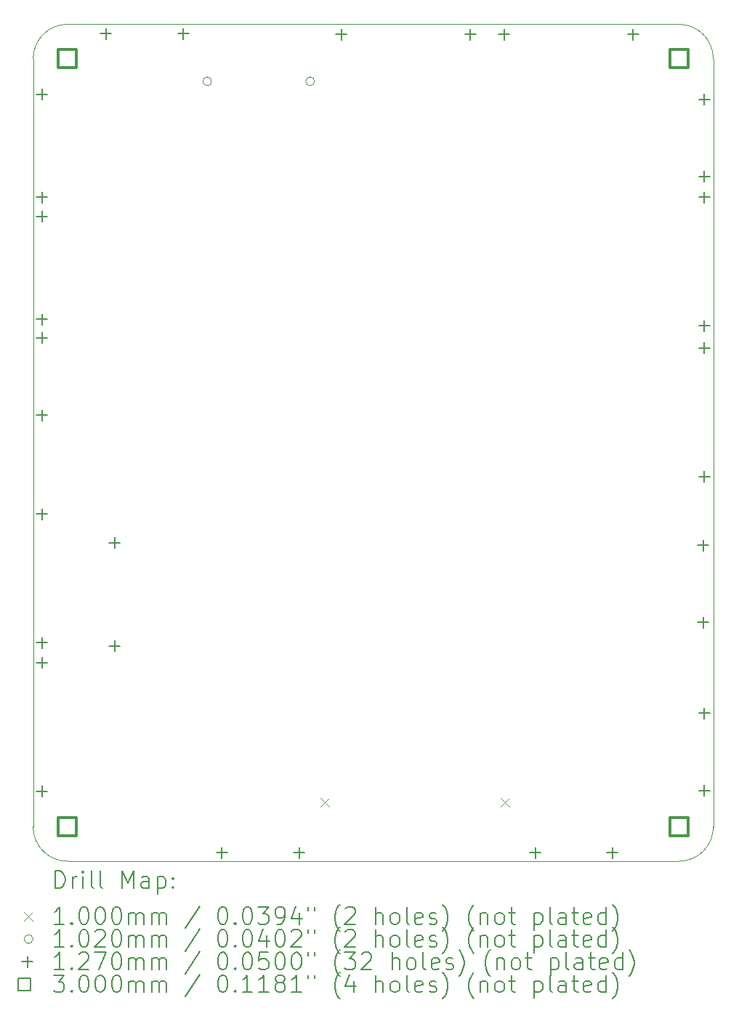
<source format=gbr>
%TF.GenerationSoftware,KiCad,Pcbnew,8.0.7*%
%TF.CreationDate,2025-01-18T17:23:32-06:00*%
%TF.ProjectId,Controls-Leader,436f6e74-726f-46c7-932d-4c6561646572,rev?*%
%TF.SameCoordinates,Original*%
%TF.FileFunction,Drillmap*%
%TF.FilePolarity,Positive*%
%FSLAX45Y45*%
G04 Gerber Fmt 4.5, Leading zero omitted, Abs format (unit mm)*
G04 Created by KiCad (PCBNEW 8.0.7) date 2025-01-18 17:23:32*
%MOMM*%
%LPD*%
G01*
G04 APERTURE LIST*
%ADD10C,0.050000*%
%ADD11C,0.200000*%
%ADD12C,0.100000*%
%ADD13C,0.102000*%
%ADD14C,0.127000*%
%ADD15C,0.300000*%
G04 APERTURE END LIST*
D10*
X11250000Y-14475000D02*
X11250000Y-5525000D01*
X19175000Y-5525000D02*
X19175000Y-14475000D01*
X18775000Y-5125000D02*
G75*
G02*
X19175000Y-5525000I0J-400000D01*
G01*
X18775000Y-14875000D02*
X11650000Y-14875000D01*
X11650000Y-5125000D02*
X18775000Y-5125000D01*
X11250000Y-5525000D02*
G75*
G02*
X11650000Y-5125000I400000J0D01*
G01*
X11650000Y-14875000D02*
G75*
G02*
X11250000Y-14475000I0J400000D01*
G01*
X19175000Y-14475000D02*
G75*
G02*
X18775000Y-14875000I-400000J0D01*
G01*
D11*
D12*
X14600000Y-14136000D02*
X14700000Y-14236000D01*
X14700000Y-14136000D02*
X14600000Y-14236000D01*
X16700000Y-14136000D02*
X16800000Y-14236000D01*
X16800000Y-14136000D02*
X16700000Y-14236000D01*
D13*
X13329000Y-5789000D02*
G75*
G02*
X13227000Y-5789000I-51000J0D01*
G01*
X13227000Y-5789000D02*
G75*
G02*
X13329000Y-5789000I51000J0D01*
G01*
X14529000Y-5789000D02*
G75*
G02*
X14427000Y-5789000I-51000J0D01*
G01*
X14427000Y-5789000D02*
G75*
G02*
X14529000Y-5789000I51000J0D01*
G01*
D14*
X11354000Y-5875500D02*
X11354000Y-6002500D01*
X11290500Y-5939000D02*
X11417500Y-5939000D01*
X11354000Y-7075500D02*
X11354000Y-7202500D01*
X11290500Y-7139000D02*
X11417500Y-7139000D01*
X11354000Y-7297500D02*
X11354000Y-7424500D01*
X11290500Y-7361000D02*
X11417500Y-7361000D01*
X11354000Y-8497500D02*
X11354000Y-8624500D01*
X11290500Y-8561000D02*
X11417500Y-8561000D01*
X11354000Y-8714500D02*
X11354000Y-8841500D01*
X11290500Y-8778000D02*
X11417500Y-8778000D01*
X11354000Y-9614500D02*
X11354000Y-9741500D01*
X11290500Y-9678000D02*
X11417500Y-9678000D01*
X11354000Y-10765500D02*
X11354000Y-10892500D01*
X11290500Y-10829000D02*
X11417500Y-10829000D01*
X11354000Y-12265500D02*
X11354000Y-12392500D01*
X11290500Y-12329000D02*
X11417500Y-12329000D01*
X11354000Y-12496500D02*
X11354000Y-12623500D01*
X11290500Y-12560000D02*
X11417500Y-12560000D01*
X11354000Y-13996500D02*
X11354000Y-14123500D01*
X11290500Y-14060000D02*
X11417500Y-14060000D01*
X12098000Y-5169500D02*
X12098000Y-5296500D01*
X12034500Y-5233000D02*
X12161500Y-5233000D01*
X12201000Y-11101500D02*
X12201000Y-11228500D01*
X12137500Y-11165000D02*
X12264500Y-11165000D01*
X12201000Y-12301500D02*
X12201000Y-12428500D01*
X12137500Y-12365000D02*
X12264500Y-12365000D01*
X12998000Y-5169500D02*
X12998000Y-5296500D01*
X12934500Y-5233000D02*
X13061500Y-5233000D01*
X13450000Y-14712500D02*
X13450000Y-14839500D01*
X13386500Y-14776000D02*
X13513500Y-14776000D01*
X14350000Y-14712500D02*
X14350000Y-14839500D01*
X14286500Y-14776000D02*
X14413500Y-14776000D01*
X14843000Y-5177500D02*
X14843000Y-5304500D01*
X14779500Y-5241000D02*
X14906500Y-5241000D01*
X16343000Y-5177500D02*
X16343000Y-5304500D01*
X16279500Y-5241000D02*
X16406500Y-5241000D01*
X16739000Y-5177500D02*
X16739000Y-5304500D01*
X16675500Y-5241000D02*
X16802500Y-5241000D01*
X17100000Y-14712500D02*
X17100000Y-14839500D01*
X17036500Y-14776000D02*
X17163500Y-14776000D01*
X18000000Y-14712500D02*
X18000000Y-14839500D01*
X17936500Y-14776000D02*
X18063500Y-14776000D01*
X18239000Y-5177500D02*
X18239000Y-5304500D01*
X18175500Y-5241000D02*
X18302500Y-5241000D01*
X19059000Y-11128500D02*
X19059000Y-11255500D01*
X18995500Y-11192000D02*
X19122500Y-11192000D01*
X19059000Y-12028500D02*
X19059000Y-12155500D01*
X18995500Y-12092000D02*
X19122500Y-12092000D01*
X19070000Y-5934500D02*
X19070000Y-6061500D01*
X19006500Y-5998000D02*
X19133500Y-5998000D01*
X19070000Y-6834500D02*
X19070000Y-6961500D01*
X19006500Y-6898000D02*
X19133500Y-6898000D01*
X19070000Y-7075500D02*
X19070000Y-7202500D01*
X19006500Y-7139000D02*
X19133500Y-7139000D01*
X19070000Y-8575500D02*
X19070000Y-8702500D01*
X19006500Y-8639000D02*
X19133500Y-8639000D01*
X19070000Y-8830500D02*
X19070000Y-8957500D01*
X19006500Y-8894000D02*
X19133500Y-8894000D01*
X19070000Y-10330500D02*
X19070000Y-10457500D01*
X19006500Y-10394000D02*
X19133500Y-10394000D01*
X19070000Y-13086500D02*
X19070000Y-13213500D01*
X19006500Y-13150000D02*
X19133500Y-13150000D01*
X19070000Y-13986500D02*
X19070000Y-14113500D01*
X19006500Y-14050000D02*
X19133500Y-14050000D01*
D15*
X11756067Y-5631067D02*
X11756067Y-5418933D01*
X11543933Y-5418933D01*
X11543933Y-5631067D01*
X11756067Y-5631067D01*
X11756067Y-14581067D02*
X11756067Y-14368933D01*
X11543933Y-14368933D01*
X11543933Y-14581067D01*
X11756067Y-14581067D01*
X18881067Y-5631067D02*
X18881067Y-5418933D01*
X18668933Y-5418933D01*
X18668933Y-5631067D01*
X18881067Y-5631067D01*
X18881067Y-14581067D02*
X18881067Y-14368933D01*
X18668933Y-14368933D01*
X18668933Y-14581067D01*
X18881067Y-14581067D01*
D11*
X11508277Y-15188984D02*
X11508277Y-14988984D01*
X11508277Y-14988984D02*
X11555896Y-14988984D01*
X11555896Y-14988984D02*
X11584467Y-14998508D01*
X11584467Y-14998508D02*
X11603515Y-15017555D01*
X11603515Y-15017555D02*
X11613039Y-15036603D01*
X11613039Y-15036603D02*
X11622562Y-15074698D01*
X11622562Y-15074698D02*
X11622562Y-15103269D01*
X11622562Y-15103269D02*
X11613039Y-15141365D01*
X11613039Y-15141365D02*
X11603515Y-15160412D01*
X11603515Y-15160412D02*
X11584467Y-15179460D01*
X11584467Y-15179460D02*
X11555896Y-15188984D01*
X11555896Y-15188984D02*
X11508277Y-15188984D01*
X11708277Y-15188984D02*
X11708277Y-15055650D01*
X11708277Y-15093746D02*
X11717801Y-15074698D01*
X11717801Y-15074698D02*
X11727324Y-15065174D01*
X11727324Y-15065174D02*
X11746372Y-15055650D01*
X11746372Y-15055650D02*
X11765420Y-15055650D01*
X11832086Y-15188984D02*
X11832086Y-15055650D01*
X11832086Y-14988984D02*
X11822562Y-14998508D01*
X11822562Y-14998508D02*
X11832086Y-15008031D01*
X11832086Y-15008031D02*
X11841610Y-14998508D01*
X11841610Y-14998508D02*
X11832086Y-14988984D01*
X11832086Y-14988984D02*
X11832086Y-15008031D01*
X11955896Y-15188984D02*
X11936848Y-15179460D01*
X11936848Y-15179460D02*
X11927324Y-15160412D01*
X11927324Y-15160412D02*
X11927324Y-14988984D01*
X12060658Y-15188984D02*
X12041610Y-15179460D01*
X12041610Y-15179460D02*
X12032086Y-15160412D01*
X12032086Y-15160412D02*
X12032086Y-14988984D01*
X12289229Y-15188984D02*
X12289229Y-14988984D01*
X12289229Y-14988984D02*
X12355896Y-15131841D01*
X12355896Y-15131841D02*
X12422562Y-14988984D01*
X12422562Y-14988984D02*
X12422562Y-15188984D01*
X12603515Y-15188984D02*
X12603515Y-15084222D01*
X12603515Y-15084222D02*
X12593991Y-15065174D01*
X12593991Y-15065174D02*
X12574943Y-15055650D01*
X12574943Y-15055650D02*
X12536848Y-15055650D01*
X12536848Y-15055650D02*
X12517801Y-15065174D01*
X12603515Y-15179460D02*
X12584467Y-15188984D01*
X12584467Y-15188984D02*
X12536848Y-15188984D01*
X12536848Y-15188984D02*
X12517801Y-15179460D01*
X12517801Y-15179460D02*
X12508277Y-15160412D01*
X12508277Y-15160412D02*
X12508277Y-15141365D01*
X12508277Y-15141365D02*
X12517801Y-15122317D01*
X12517801Y-15122317D02*
X12536848Y-15112793D01*
X12536848Y-15112793D02*
X12584467Y-15112793D01*
X12584467Y-15112793D02*
X12603515Y-15103269D01*
X12698753Y-15055650D02*
X12698753Y-15255650D01*
X12698753Y-15065174D02*
X12717801Y-15055650D01*
X12717801Y-15055650D02*
X12755896Y-15055650D01*
X12755896Y-15055650D02*
X12774943Y-15065174D01*
X12774943Y-15065174D02*
X12784467Y-15074698D01*
X12784467Y-15074698D02*
X12793991Y-15093746D01*
X12793991Y-15093746D02*
X12793991Y-15150888D01*
X12793991Y-15150888D02*
X12784467Y-15169936D01*
X12784467Y-15169936D02*
X12774943Y-15179460D01*
X12774943Y-15179460D02*
X12755896Y-15188984D01*
X12755896Y-15188984D02*
X12717801Y-15188984D01*
X12717801Y-15188984D02*
X12698753Y-15179460D01*
X12879705Y-15169936D02*
X12889229Y-15179460D01*
X12889229Y-15179460D02*
X12879705Y-15188984D01*
X12879705Y-15188984D02*
X12870182Y-15179460D01*
X12870182Y-15179460D02*
X12879705Y-15169936D01*
X12879705Y-15169936D02*
X12879705Y-15188984D01*
X12879705Y-15065174D02*
X12889229Y-15074698D01*
X12889229Y-15074698D02*
X12879705Y-15084222D01*
X12879705Y-15084222D02*
X12870182Y-15074698D01*
X12870182Y-15074698D02*
X12879705Y-15065174D01*
X12879705Y-15065174D02*
X12879705Y-15084222D01*
D12*
X11147500Y-15467500D02*
X11247500Y-15567500D01*
X11247500Y-15467500D02*
X11147500Y-15567500D01*
D11*
X11613039Y-15608984D02*
X11498753Y-15608984D01*
X11555896Y-15608984D02*
X11555896Y-15408984D01*
X11555896Y-15408984D02*
X11536848Y-15437555D01*
X11536848Y-15437555D02*
X11517801Y-15456603D01*
X11517801Y-15456603D02*
X11498753Y-15466127D01*
X11698753Y-15589936D02*
X11708277Y-15599460D01*
X11708277Y-15599460D02*
X11698753Y-15608984D01*
X11698753Y-15608984D02*
X11689229Y-15599460D01*
X11689229Y-15599460D02*
X11698753Y-15589936D01*
X11698753Y-15589936D02*
X11698753Y-15608984D01*
X11832086Y-15408984D02*
X11851134Y-15408984D01*
X11851134Y-15408984D02*
X11870182Y-15418508D01*
X11870182Y-15418508D02*
X11879705Y-15428031D01*
X11879705Y-15428031D02*
X11889229Y-15447079D01*
X11889229Y-15447079D02*
X11898753Y-15485174D01*
X11898753Y-15485174D02*
X11898753Y-15532793D01*
X11898753Y-15532793D02*
X11889229Y-15570888D01*
X11889229Y-15570888D02*
X11879705Y-15589936D01*
X11879705Y-15589936D02*
X11870182Y-15599460D01*
X11870182Y-15599460D02*
X11851134Y-15608984D01*
X11851134Y-15608984D02*
X11832086Y-15608984D01*
X11832086Y-15608984D02*
X11813039Y-15599460D01*
X11813039Y-15599460D02*
X11803515Y-15589936D01*
X11803515Y-15589936D02*
X11793991Y-15570888D01*
X11793991Y-15570888D02*
X11784467Y-15532793D01*
X11784467Y-15532793D02*
X11784467Y-15485174D01*
X11784467Y-15485174D02*
X11793991Y-15447079D01*
X11793991Y-15447079D02*
X11803515Y-15428031D01*
X11803515Y-15428031D02*
X11813039Y-15418508D01*
X11813039Y-15418508D02*
X11832086Y-15408984D01*
X12022562Y-15408984D02*
X12041610Y-15408984D01*
X12041610Y-15408984D02*
X12060658Y-15418508D01*
X12060658Y-15418508D02*
X12070182Y-15428031D01*
X12070182Y-15428031D02*
X12079705Y-15447079D01*
X12079705Y-15447079D02*
X12089229Y-15485174D01*
X12089229Y-15485174D02*
X12089229Y-15532793D01*
X12089229Y-15532793D02*
X12079705Y-15570888D01*
X12079705Y-15570888D02*
X12070182Y-15589936D01*
X12070182Y-15589936D02*
X12060658Y-15599460D01*
X12060658Y-15599460D02*
X12041610Y-15608984D01*
X12041610Y-15608984D02*
X12022562Y-15608984D01*
X12022562Y-15608984D02*
X12003515Y-15599460D01*
X12003515Y-15599460D02*
X11993991Y-15589936D01*
X11993991Y-15589936D02*
X11984467Y-15570888D01*
X11984467Y-15570888D02*
X11974943Y-15532793D01*
X11974943Y-15532793D02*
X11974943Y-15485174D01*
X11974943Y-15485174D02*
X11984467Y-15447079D01*
X11984467Y-15447079D02*
X11993991Y-15428031D01*
X11993991Y-15428031D02*
X12003515Y-15418508D01*
X12003515Y-15418508D02*
X12022562Y-15408984D01*
X12213039Y-15408984D02*
X12232086Y-15408984D01*
X12232086Y-15408984D02*
X12251134Y-15418508D01*
X12251134Y-15418508D02*
X12260658Y-15428031D01*
X12260658Y-15428031D02*
X12270182Y-15447079D01*
X12270182Y-15447079D02*
X12279705Y-15485174D01*
X12279705Y-15485174D02*
X12279705Y-15532793D01*
X12279705Y-15532793D02*
X12270182Y-15570888D01*
X12270182Y-15570888D02*
X12260658Y-15589936D01*
X12260658Y-15589936D02*
X12251134Y-15599460D01*
X12251134Y-15599460D02*
X12232086Y-15608984D01*
X12232086Y-15608984D02*
X12213039Y-15608984D01*
X12213039Y-15608984D02*
X12193991Y-15599460D01*
X12193991Y-15599460D02*
X12184467Y-15589936D01*
X12184467Y-15589936D02*
X12174943Y-15570888D01*
X12174943Y-15570888D02*
X12165420Y-15532793D01*
X12165420Y-15532793D02*
X12165420Y-15485174D01*
X12165420Y-15485174D02*
X12174943Y-15447079D01*
X12174943Y-15447079D02*
X12184467Y-15428031D01*
X12184467Y-15428031D02*
X12193991Y-15418508D01*
X12193991Y-15418508D02*
X12213039Y-15408984D01*
X12365420Y-15608984D02*
X12365420Y-15475650D01*
X12365420Y-15494698D02*
X12374943Y-15485174D01*
X12374943Y-15485174D02*
X12393991Y-15475650D01*
X12393991Y-15475650D02*
X12422563Y-15475650D01*
X12422563Y-15475650D02*
X12441610Y-15485174D01*
X12441610Y-15485174D02*
X12451134Y-15504222D01*
X12451134Y-15504222D02*
X12451134Y-15608984D01*
X12451134Y-15504222D02*
X12460658Y-15485174D01*
X12460658Y-15485174D02*
X12479705Y-15475650D01*
X12479705Y-15475650D02*
X12508277Y-15475650D01*
X12508277Y-15475650D02*
X12527324Y-15485174D01*
X12527324Y-15485174D02*
X12536848Y-15504222D01*
X12536848Y-15504222D02*
X12536848Y-15608984D01*
X12632086Y-15608984D02*
X12632086Y-15475650D01*
X12632086Y-15494698D02*
X12641610Y-15485174D01*
X12641610Y-15485174D02*
X12660658Y-15475650D01*
X12660658Y-15475650D02*
X12689229Y-15475650D01*
X12689229Y-15475650D02*
X12708277Y-15485174D01*
X12708277Y-15485174D02*
X12717801Y-15504222D01*
X12717801Y-15504222D02*
X12717801Y-15608984D01*
X12717801Y-15504222D02*
X12727324Y-15485174D01*
X12727324Y-15485174D02*
X12746372Y-15475650D01*
X12746372Y-15475650D02*
X12774943Y-15475650D01*
X12774943Y-15475650D02*
X12793991Y-15485174D01*
X12793991Y-15485174D02*
X12803515Y-15504222D01*
X12803515Y-15504222D02*
X12803515Y-15608984D01*
X13193991Y-15399460D02*
X13022563Y-15656603D01*
X13451134Y-15408984D02*
X13470182Y-15408984D01*
X13470182Y-15408984D02*
X13489229Y-15418508D01*
X13489229Y-15418508D02*
X13498753Y-15428031D01*
X13498753Y-15428031D02*
X13508277Y-15447079D01*
X13508277Y-15447079D02*
X13517801Y-15485174D01*
X13517801Y-15485174D02*
X13517801Y-15532793D01*
X13517801Y-15532793D02*
X13508277Y-15570888D01*
X13508277Y-15570888D02*
X13498753Y-15589936D01*
X13498753Y-15589936D02*
X13489229Y-15599460D01*
X13489229Y-15599460D02*
X13470182Y-15608984D01*
X13470182Y-15608984D02*
X13451134Y-15608984D01*
X13451134Y-15608984D02*
X13432086Y-15599460D01*
X13432086Y-15599460D02*
X13422563Y-15589936D01*
X13422563Y-15589936D02*
X13413039Y-15570888D01*
X13413039Y-15570888D02*
X13403515Y-15532793D01*
X13403515Y-15532793D02*
X13403515Y-15485174D01*
X13403515Y-15485174D02*
X13413039Y-15447079D01*
X13413039Y-15447079D02*
X13422563Y-15428031D01*
X13422563Y-15428031D02*
X13432086Y-15418508D01*
X13432086Y-15418508D02*
X13451134Y-15408984D01*
X13603515Y-15589936D02*
X13613039Y-15599460D01*
X13613039Y-15599460D02*
X13603515Y-15608984D01*
X13603515Y-15608984D02*
X13593991Y-15599460D01*
X13593991Y-15599460D02*
X13603515Y-15589936D01*
X13603515Y-15589936D02*
X13603515Y-15608984D01*
X13736848Y-15408984D02*
X13755896Y-15408984D01*
X13755896Y-15408984D02*
X13774944Y-15418508D01*
X13774944Y-15418508D02*
X13784467Y-15428031D01*
X13784467Y-15428031D02*
X13793991Y-15447079D01*
X13793991Y-15447079D02*
X13803515Y-15485174D01*
X13803515Y-15485174D02*
X13803515Y-15532793D01*
X13803515Y-15532793D02*
X13793991Y-15570888D01*
X13793991Y-15570888D02*
X13784467Y-15589936D01*
X13784467Y-15589936D02*
X13774944Y-15599460D01*
X13774944Y-15599460D02*
X13755896Y-15608984D01*
X13755896Y-15608984D02*
X13736848Y-15608984D01*
X13736848Y-15608984D02*
X13717801Y-15599460D01*
X13717801Y-15599460D02*
X13708277Y-15589936D01*
X13708277Y-15589936D02*
X13698753Y-15570888D01*
X13698753Y-15570888D02*
X13689229Y-15532793D01*
X13689229Y-15532793D02*
X13689229Y-15485174D01*
X13689229Y-15485174D02*
X13698753Y-15447079D01*
X13698753Y-15447079D02*
X13708277Y-15428031D01*
X13708277Y-15428031D02*
X13717801Y-15418508D01*
X13717801Y-15418508D02*
X13736848Y-15408984D01*
X13870182Y-15408984D02*
X13993991Y-15408984D01*
X13993991Y-15408984D02*
X13927325Y-15485174D01*
X13927325Y-15485174D02*
X13955896Y-15485174D01*
X13955896Y-15485174D02*
X13974944Y-15494698D01*
X13974944Y-15494698D02*
X13984467Y-15504222D01*
X13984467Y-15504222D02*
X13993991Y-15523269D01*
X13993991Y-15523269D02*
X13993991Y-15570888D01*
X13993991Y-15570888D02*
X13984467Y-15589936D01*
X13984467Y-15589936D02*
X13974944Y-15599460D01*
X13974944Y-15599460D02*
X13955896Y-15608984D01*
X13955896Y-15608984D02*
X13898753Y-15608984D01*
X13898753Y-15608984D02*
X13879706Y-15599460D01*
X13879706Y-15599460D02*
X13870182Y-15589936D01*
X14089229Y-15608984D02*
X14127325Y-15608984D01*
X14127325Y-15608984D02*
X14146372Y-15599460D01*
X14146372Y-15599460D02*
X14155896Y-15589936D01*
X14155896Y-15589936D02*
X14174944Y-15561365D01*
X14174944Y-15561365D02*
X14184467Y-15523269D01*
X14184467Y-15523269D02*
X14184467Y-15447079D01*
X14184467Y-15447079D02*
X14174944Y-15428031D01*
X14174944Y-15428031D02*
X14165420Y-15418508D01*
X14165420Y-15418508D02*
X14146372Y-15408984D01*
X14146372Y-15408984D02*
X14108277Y-15408984D01*
X14108277Y-15408984D02*
X14089229Y-15418508D01*
X14089229Y-15418508D02*
X14079706Y-15428031D01*
X14079706Y-15428031D02*
X14070182Y-15447079D01*
X14070182Y-15447079D02*
X14070182Y-15494698D01*
X14070182Y-15494698D02*
X14079706Y-15513746D01*
X14079706Y-15513746D02*
X14089229Y-15523269D01*
X14089229Y-15523269D02*
X14108277Y-15532793D01*
X14108277Y-15532793D02*
X14146372Y-15532793D01*
X14146372Y-15532793D02*
X14165420Y-15523269D01*
X14165420Y-15523269D02*
X14174944Y-15513746D01*
X14174944Y-15513746D02*
X14184467Y-15494698D01*
X14355896Y-15475650D02*
X14355896Y-15608984D01*
X14308277Y-15399460D02*
X14260658Y-15542317D01*
X14260658Y-15542317D02*
X14384467Y-15542317D01*
X14451134Y-15408984D02*
X14451134Y-15447079D01*
X14527325Y-15408984D02*
X14527325Y-15447079D01*
X14822563Y-15685174D02*
X14813039Y-15675650D01*
X14813039Y-15675650D02*
X14793991Y-15647079D01*
X14793991Y-15647079D02*
X14784468Y-15628031D01*
X14784468Y-15628031D02*
X14774944Y-15599460D01*
X14774944Y-15599460D02*
X14765420Y-15551841D01*
X14765420Y-15551841D02*
X14765420Y-15513746D01*
X14765420Y-15513746D02*
X14774944Y-15466127D01*
X14774944Y-15466127D02*
X14784468Y-15437555D01*
X14784468Y-15437555D02*
X14793991Y-15418508D01*
X14793991Y-15418508D02*
X14813039Y-15389936D01*
X14813039Y-15389936D02*
X14822563Y-15380412D01*
X14889229Y-15428031D02*
X14898753Y-15418508D01*
X14898753Y-15418508D02*
X14917801Y-15408984D01*
X14917801Y-15408984D02*
X14965420Y-15408984D01*
X14965420Y-15408984D02*
X14984468Y-15418508D01*
X14984468Y-15418508D02*
X14993991Y-15428031D01*
X14993991Y-15428031D02*
X15003515Y-15447079D01*
X15003515Y-15447079D02*
X15003515Y-15466127D01*
X15003515Y-15466127D02*
X14993991Y-15494698D01*
X14993991Y-15494698D02*
X14879706Y-15608984D01*
X14879706Y-15608984D02*
X15003515Y-15608984D01*
X15241610Y-15608984D02*
X15241610Y-15408984D01*
X15327325Y-15608984D02*
X15327325Y-15504222D01*
X15327325Y-15504222D02*
X15317801Y-15485174D01*
X15317801Y-15485174D02*
X15298753Y-15475650D01*
X15298753Y-15475650D02*
X15270182Y-15475650D01*
X15270182Y-15475650D02*
X15251134Y-15485174D01*
X15251134Y-15485174D02*
X15241610Y-15494698D01*
X15451134Y-15608984D02*
X15432087Y-15599460D01*
X15432087Y-15599460D02*
X15422563Y-15589936D01*
X15422563Y-15589936D02*
X15413039Y-15570888D01*
X15413039Y-15570888D02*
X15413039Y-15513746D01*
X15413039Y-15513746D02*
X15422563Y-15494698D01*
X15422563Y-15494698D02*
X15432087Y-15485174D01*
X15432087Y-15485174D02*
X15451134Y-15475650D01*
X15451134Y-15475650D02*
X15479706Y-15475650D01*
X15479706Y-15475650D02*
X15498753Y-15485174D01*
X15498753Y-15485174D02*
X15508277Y-15494698D01*
X15508277Y-15494698D02*
X15517801Y-15513746D01*
X15517801Y-15513746D02*
X15517801Y-15570888D01*
X15517801Y-15570888D02*
X15508277Y-15589936D01*
X15508277Y-15589936D02*
X15498753Y-15599460D01*
X15498753Y-15599460D02*
X15479706Y-15608984D01*
X15479706Y-15608984D02*
X15451134Y-15608984D01*
X15632087Y-15608984D02*
X15613039Y-15599460D01*
X15613039Y-15599460D02*
X15603515Y-15580412D01*
X15603515Y-15580412D02*
X15603515Y-15408984D01*
X15784468Y-15599460D02*
X15765420Y-15608984D01*
X15765420Y-15608984D02*
X15727325Y-15608984D01*
X15727325Y-15608984D02*
X15708277Y-15599460D01*
X15708277Y-15599460D02*
X15698753Y-15580412D01*
X15698753Y-15580412D02*
X15698753Y-15504222D01*
X15698753Y-15504222D02*
X15708277Y-15485174D01*
X15708277Y-15485174D02*
X15727325Y-15475650D01*
X15727325Y-15475650D02*
X15765420Y-15475650D01*
X15765420Y-15475650D02*
X15784468Y-15485174D01*
X15784468Y-15485174D02*
X15793991Y-15504222D01*
X15793991Y-15504222D02*
X15793991Y-15523269D01*
X15793991Y-15523269D02*
X15698753Y-15542317D01*
X15870182Y-15599460D02*
X15889230Y-15608984D01*
X15889230Y-15608984D02*
X15927325Y-15608984D01*
X15927325Y-15608984D02*
X15946372Y-15599460D01*
X15946372Y-15599460D02*
X15955896Y-15580412D01*
X15955896Y-15580412D02*
X15955896Y-15570888D01*
X15955896Y-15570888D02*
X15946372Y-15551841D01*
X15946372Y-15551841D02*
X15927325Y-15542317D01*
X15927325Y-15542317D02*
X15898753Y-15542317D01*
X15898753Y-15542317D02*
X15879706Y-15532793D01*
X15879706Y-15532793D02*
X15870182Y-15513746D01*
X15870182Y-15513746D02*
X15870182Y-15504222D01*
X15870182Y-15504222D02*
X15879706Y-15485174D01*
X15879706Y-15485174D02*
X15898753Y-15475650D01*
X15898753Y-15475650D02*
X15927325Y-15475650D01*
X15927325Y-15475650D02*
X15946372Y-15485174D01*
X16022563Y-15685174D02*
X16032087Y-15675650D01*
X16032087Y-15675650D02*
X16051134Y-15647079D01*
X16051134Y-15647079D02*
X16060658Y-15628031D01*
X16060658Y-15628031D02*
X16070182Y-15599460D01*
X16070182Y-15599460D02*
X16079706Y-15551841D01*
X16079706Y-15551841D02*
X16079706Y-15513746D01*
X16079706Y-15513746D02*
X16070182Y-15466127D01*
X16070182Y-15466127D02*
X16060658Y-15437555D01*
X16060658Y-15437555D02*
X16051134Y-15418508D01*
X16051134Y-15418508D02*
X16032087Y-15389936D01*
X16032087Y-15389936D02*
X16022563Y-15380412D01*
X16384468Y-15685174D02*
X16374944Y-15675650D01*
X16374944Y-15675650D02*
X16355896Y-15647079D01*
X16355896Y-15647079D02*
X16346372Y-15628031D01*
X16346372Y-15628031D02*
X16336849Y-15599460D01*
X16336849Y-15599460D02*
X16327325Y-15551841D01*
X16327325Y-15551841D02*
X16327325Y-15513746D01*
X16327325Y-15513746D02*
X16336849Y-15466127D01*
X16336849Y-15466127D02*
X16346372Y-15437555D01*
X16346372Y-15437555D02*
X16355896Y-15418508D01*
X16355896Y-15418508D02*
X16374944Y-15389936D01*
X16374944Y-15389936D02*
X16384468Y-15380412D01*
X16460658Y-15475650D02*
X16460658Y-15608984D01*
X16460658Y-15494698D02*
X16470182Y-15485174D01*
X16470182Y-15485174D02*
X16489230Y-15475650D01*
X16489230Y-15475650D02*
X16517801Y-15475650D01*
X16517801Y-15475650D02*
X16536849Y-15485174D01*
X16536849Y-15485174D02*
X16546372Y-15504222D01*
X16546372Y-15504222D02*
X16546372Y-15608984D01*
X16670182Y-15608984D02*
X16651134Y-15599460D01*
X16651134Y-15599460D02*
X16641611Y-15589936D01*
X16641611Y-15589936D02*
X16632087Y-15570888D01*
X16632087Y-15570888D02*
X16632087Y-15513746D01*
X16632087Y-15513746D02*
X16641611Y-15494698D01*
X16641611Y-15494698D02*
X16651134Y-15485174D01*
X16651134Y-15485174D02*
X16670182Y-15475650D01*
X16670182Y-15475650D02*
X16698753Y-15475650D01*
X16698753Y-15475650D02*
X16717801Y-15485174D01*
X16717801Y-15485174D02*
X16727325Y-15494698D01*
X16727325Y-15494698D02*
X16736849Y-15513746D01*
X16736849Y-15513746D02*
X16736849Y-15570888D01*
X16736849Y-15570888D02*
X16727325Y-15589936D01*
X16727325Y-15589936D02*
X16717801Y-15599460D01*
X16717801Y-15599460D02*
X16698753Y-15608984D01*
X16698753Y-15608984D02*
X16670182Y-15608984D01*
X16793992Y-15475650D02*
X16870182Y-15475650D01*
X16822563Y-15408984D02*
X16822563Y-15580412D01*
X16822563Y-15580412D02*
X16832087Y-15599460D01*
X16832087Y-15599460D02*
X16851134Y-15608984D01*
X16851134Y-15608984D02*
X16870182Y-15608984D01*
X17089230Y-15475650D02*
X17089230Y-15675650D01*
X17089230Y-15485174D02*
X17108277Y-15475650D01*
X17108277Y-15475650D02*
X17146373Y-15475650D01*
X17146373Y-15475650D02*
X17165420Y-15485174D01*
X17165420Y-15485174D02*
X17174944Y-15494698D01*
X17174944Y-15494698D02*
X17184468Y-15513746D01*
X17184468Y-15513746D02*
X17184468Y-15570888D01*
X17184468Y-15570888D02*
X17174944Y-15589936D01*
X17174944Y-15589936D02*
X17165420Y-15599460D01*
X17165420Y-15599460D02*
X17146373Y-15608984D01*
X17146373Y-15608984D02*
X17108277Y-15608984D01*
X17108277Y-15608984D02*
X17089230Y-15599460D01*
X17298754Y-15608984D02*
X17279706Y-15599460D01*
X17279706Y-15599460D02*
X17270182Y-15580412D01*
X17270182Y-15580412D02*
X17270182Y-15408984D01*
X17460658Y-15608984D02*
X17460658Y-15504222D01*
X17460658Y-15504222D02*
X17451135Y-15485174D01*
X17451135Y-15485174D02*
X17432087Y-15475650D01*
X17432087Y-15475650D02*
X17393992Y-15475650D01*
X17393992Y-15475650D02*
X17374944Y-15485174D01*
X17460658Y-15599460D02*
X17441611Y-15608984D01*
X17441611Y-15608984D02*
X17393992Y-15608984D01*
X17393992Y-15608984D02*
X17374944Y-15599460D01*
X17374944Y-15599460D02*
X17365420Y-15580412D01*
X17365420Y-15580412D02*
X17365420Y-15561365D01*
X17365420Y-15561365D02*
X17374944Y-15542317D01*
X17374944Y-15542317D02*
X17393992Y-15532793D01*
X17393992Y-15532793D02*
X17441611Y-15532793D01*
X17441611Y-15532793D02*
X17460658Y-15523269D01*
X17527325Y-15475650D02*
X17603515Y-15475650D01*
X17555896Y-15408984D02*
X17555896Y-15580412D01*
X17555896Y-15580412D02*
X17565420Y-15599460D01*
X17565420Y-15599460D02*
X17584468Y-15608984D01*
X17584468Y-15608984D02*
X17603515Y-15608984D01*
X17746373Y-15599460D02*
X17727325Y-15608984D01*
X17727325Y-15608984D02*
X17689230Y-15608984D01*
X17689230Y-15608984D02*
X17670182Y-15599460D01*
X17670182Y-15599460D02*
X17660658Y-15580412D01*
X17660658Y-15580412D02*
X17660658Y-15504222D01*
X17660658Y-15504222D02*
X17670182Y-15485174D01*
X17670182Y-15485174D02*
X17689230Y-15475650D01*
X17689230Y-15475650D02*
X17727325Y-15475650D01*
X17727325Y-15475650D02*
X17746373Y-15485174D01*
X17746373Y-15485174D02*
X17755896Y-15504222D01*
X17755896Y-15504222D02*
X17755896Y-15523269D01*
X17755896Y-15523269D02*
X17660658Y-15542317D01*
X17927325Y-15608984D02*
X17927325Y-15408984D01*
X17927325Y-15599460D02*
X17908277Y-15608984D01*
X17908277Y-15608984D02*
X17870182Y-15608984D01*
X17870182Y-15608984D02*
X17851135Y-15599460D01*
X17851135Y-15599460D02*
X17841611Y-15589936D01*
X17841611Y-15589936D02*
X17832087Y-15570888D01*
X17832087Y-15570888D02*
X17832087Y-15513746D01*
X17832087Y-15513746D02*
X17841611Y-15494698D01*
X17841611Y-15494698D02*
X17851135Y-15485174D01*
X17851135Y-15485174D02*
X17870182Y-15475650D01*
X17870182Y-15475650D02*
X17908277Y-15475650D01*
X17908277Y-15475650D02*
X17927325Y-15485174D01*
X18003516Y-15685174D02*
X18013039Y-15675650D01*
X18013039Y-15675650D02*
X18032087Y-15647079D01*
X18032087Y-15647079D02*
X18041611Y-15628031D01*
X18041611Y-15628031D02*
X18051135Y-15599460D01*
X18051135Y-15599460D02*
X18060658Y-15551841D01*
X18060658Y-15551841D02*
X18060658Y-15513746D01*
X18060658Y-15513746D02*
X18051135Y-15466127D01*
X18051135Y-15466127D02*
X18041611Y-15437555D01*
X18041611Y-15437555D02*
X18032087Y-15418508D01*
X18032087Y-15418508D02*
X18013039Y-15389936D01*
X18013039Y-15389936D02*
X18003516Y-15380412D01*
D13*
X11247500Y-15781500D02*
G75*
G02*
X11145500Y-15781500I-51000J0D01*
G01*
X11145500Y-15781500D02*
G75*
G02*
X11247500Y-15781500I51000J0D01*
G01*
D11*
X11613039Y-15872984D02*
X11498753Y-15872984D01*
X11555896Y-15872984D02*
X11555896Y-15672984D01*
X11555896Y-15672984D02*
X11536848Y-15701555D01*
X11536848Y-15701555D02*
X11517801Y-15720603D01*
X11517801Y-15720603D02*
X11498753Y-15730127D01*
X11698753Y-15853936D02*
X11708277Y-15863460D01*
X11708277Y-15863460D02*
X11698753Y-15872984D01*
X11698753Y-15872984D02*
X11689229Y-15863460D01*
X11689229Y-15863460D02*
X11698753Y-15853936D01*
X11698753Y-15853936D02*
X11698753Y-15872984D01*
X11832086Y-15672984D02*
X11851134Y-15672984D01*
X11851134Y-15672984D02*
X11870182Y-15682508D01*
X11870182Y-15682508D02*
X11879705Y-15692031D01*
X11879705Y-15692031D02*
X11889229Y-15711079D01*
X11889229Y-15711079D02*
X11898753Y-15749174D01*
X11898753Y-15749174D02*
X11898753Y-15796793D01*
X11898753Y-15796793D02*
X11889229Y-15834888D01*
X11889229Y-15834888D02*
X11879705Y-15853936D01*
X11879705Y-15853936D02*
X11870182Y-15863460D01*
X11870182Y-15863460D02*
X11851134Y-15872984D01*
X11851134Y-15872984D02*
X11832086Y-15872984D01*
X11832086Y-15872984D02*
X11813039Y-15863460D01*
X11813039Y-15863460D02*
X11803515Y-15853936D01*
X11803515Y-15853936D02*
X11793991Y-15834888D01*
X11793991Y-15834888D02*
X11784467Y-15796793D01*
X11784467Y-15796793D02*
X11784467Y-15749174D01*
X11784467Y-15749174D02*
X11793991Y-15711079D01*
X11793991Y-15711079D02*
X11803515Y-15692031D01*
X11803515Y-15692031D02*
X11813039Y-15682508D01*
X11813039Y-15682508D02*
X11832086Y-15672984D01*
X11974943Y-15692031D02*
X11984467Y-15682508D01*
X11984467Y-15682508D02*
X12003515Y-15672984D01*
X12003515Y-15672984D02*
X12051134Y-15672984D01*
X12051134Y-15672984D02*
X12070182Y-15682508D01*
X12070182Y-15682508D02*
X12079705Y-15692031D01*
X12079705Y-15692031D02*
X12089229Y-15711079D01*
X12089229Y-15711079D02*
X12089229Y-15730127D01*
X12089229Y-15730127D02*
X12079705Y-15758698D01*
X12079705Y-15758698D02*
X11965420Y-15872984D01*
X11965420Y-15872984D02*
X12089229Y-15872984D01*
X12213039Y-15672984D02*
X12232086Y-15672984D01*
X12232086Y-15672984D02*
X12251134Y-15682508D01*
X12251134Y-15682508D02*
X12260658Y-15692031D01*
X12260658Y-15692031D02*
X12270182Y-15711079D01*
X12270182Y-15711079D02*
X12279705Y-15749174D01*
X12279705Y-15749174D02*
X12279705Y-15796793D01*
X12279705Y-15796793D02*
X12270182Y-15834888D01*
X12270182Y-15834888D02*
X12260658Y-15853936D01*
X12260658Y-15853936D02*
X12251134Y-15863460D01*
X12251134Y-15863460D02*
X12232086Y-15872984D01*
X12232086Y-15872984D02*
X12213039Y-15872984D01*
X12213039Y-15872984D02*
X12193991Y-15863460D01*
X12193991Y-15863460D02*
X12184467Y-15853936D01*
X12184467Y-15853936D02*
X12174943Y-15834888D01*
X12174943Y-15834888D02*
X12165420Y-15796793D01*
X12165420Y-15796793D02*
X12165420Y-15749174D01*
X12165420Y-15749174D02*
X12174943Y-15711079D01*
X12174943Y-15711079D02*
X12184467Y-15692031D01*
X12184467Y-15692031D02*
X12193991Y-15682508D01*
X12193991Y-15682508D02*
X12213039Y-15672984D01*
X12365420Y-15872984D02*
X12365420Y-15739650D01*
X12365420Y-15758698D02*
X12374943Y-15749174D01*
X12374943Y-15749174D02*
X12393991Y-15739650D01*
X12393991Y-15739650D02*
X12422563Y-15739650D01*
X12422563Y-15739650D02*
X12441610Y-15749174D01*
X12441610Y-15749174D02*
X12451134Y-15768222D01*
X12451134Y-15768222D02*
X12451134Y-15872984D01*
X12451134Y-15768222D02*
X12460658Y-15749174D01*
X12460658Y-15749174D02*
X12479705Y-15739650D01*
X12479705Y-15739650D02*
X12508277Y-15739650D01*
X12508277Y-15739650D02*
X12527324Y-15749174D01*
X12527324Y-15749174D02*
X12536848Y-15768222D01*
X12536848Y-15768222D02*
X12536848Y-15872984D01*
X12632086Y-15872984D02*
X12632086Y-15739650D01*
X12632086Y-15758698D02*
X12641610Y-15749174D01*
X12641610Y-15749174D02*
X12660658Y-15739650D01*
X12660658Y-15739650D02*
X12689229Y-15739650D01*
X12689229Y-15739650D02*
X12708277Y-15749174D01*
X12708277Y-15749174D02*
X12717801Y-15768222D01*
X12717801Y-15768222D02*
X12717801Y-15872984D01*
X12717801Y-15768222D02*
X12727324Y-15749174D01*
X12727324Y-15749174D02*
X12746372Y-15739650D01*
X12746372Y-15739650D02*
X12774943Y-15739650D01*
X12774943Y-15739650D02*
X12793991Y-15749174D01*
X12793991Y-15749174D02*
X12803515Y-15768222D01*
X12803515Y-15768222D02*
X12803515Y-15872984D01*
X13193991Y-15663460D02*
X13022563Y-15920603D01*
X13451134Y-15672984D02*
X13470182Y-15672984D01*
X13470182Y-15672984D02*
X13489229Y-15682508D01*
X13489229Y-15682508D02*
X13498753Y-15692031D01*
X13498753Y-15692031D02*
X13508277Y-15711079D01*
X13508277Y-15711079D02*
X13517801Y-15749174D01*
X13517801Y-15749174D02*
X13517801Y-15796793D01*
X13517801Y-15796793D02*
X13508277Y-15834888D01*
X13508277Y-15834888D02*
X13498753Y-15853936D01*
X13498753Y-15853936D02*
X13489229Y-15863460D01*
X13489229Y-15863460D02*
X13470182Y-15872984D01*
X13470182Y-15872984D02*
X13451134Y-15872984D01*
X13451134Y-15872984D02*
X13432086Y-15863460D01*
X13432086Y-15863460D02*
X13422563Y-15853936D01*
X13422563Y-15853936D02*
X13413039Y-15834888D01*
X13413039Y-15834888D02*
X13403515Y-15796793D01*
X13403515Y-15796793D02*
X13403515Y-15749174D01*
X13403515Y-15749174D02*
X13413039Y-15711079D01*
X13413039Y-15711079D02*
X13422563Y-15692031D01*
X13422563Y-15692031D02*
X13432086Y-15682508D01*
X13432086Y-15682508D02*
X13451134Y-15672984D01*
X13603515Y-15853936D02*
X13613039Y-15863460D01*
X13613039Y-15863460D02*
X13603515Y-15872984D01*
X13603515Y-15872984D02*
X13593991Y-15863460D01*
X13593991Y-15863460D02*
X13603515Y-15853936D01*
X13603515Y-15853936D02*
X13603515Y-15872984D01*
X13736848Y-15672984D02*
X13755896Y-15672984D01*
X13755896Y-15672984D02*
X13774944Y-15682508D01*
X13774944Y-15682508D02*
X13784467Y-15692031D01*
X13784467Y-15692031D02*
X13793991Y-15711079D01*
X13793991Y-15711079D02*
X13803515Y-15749174D01*
X13803515Y-15749174D02*
X13803515Y-15796793D01*
X13803515Y-15796793D02*
X13793991Y-15834888D01*
X13793991Y-15834888D02*
X13784467Y-15853936D01*
X13784467Y-15853936D02*
X13774944Y-15863460D01*
X13774944Y-15863460D02*
X13755896Y-15872984D01*
X13755896Y-15872984D02*
X13736848Y-15872984D01*
X13736848Y-15872984D02*
X13717801Y-15863460D01*
X13717801Y-15863460D02*
X13708277Y-15853936D01*
X13708277Y-15853936D02*
X13698753Y-15834888D01*
X13698753Y-15834888D02*
X13689229Y-15796793D01*
X13689229Y-15796793D02*
X13689229Y-15749174D01*
X13689229Y-15749174D02*
X13698753Y-15711079D01*
X13698753Y-15711079D02*
X13708277Y-15692031D01*
X13708277Y-15692031D02*
X13717801Y-15682508D01*
X13717801Y-15682508D02*
X13736848Y-15672984D01*
X13974944Y-15739650D02*
X13974944Y-15872984D01*
X13927325Y-15663460D02*
X13879706Y-15806317D01*
X13879706Y-15806317D02*
X14003515Y-15806317D01*
X14117801Y-15672984D02*
X14136848Y-15672984D01*
X14136848Y-15672984D02*
X14155896Y-15682508D01*
X14155896Y-15682508D02*
X14165420Y-15692031D01*
X14165420Y-15692031D02*
X14174944Y-15711079D01*
X14174944Y-15711079D02*
X14184467Y-15749174D01*
X14184467Y-15749174D02*
X14184467Y-15796793D01*
X14184467Y-15796793D02*
X14174944Y-15834888D01*
X14174944Y-15834888D02*
X14165420Y-15853936D01*
X14165420Y-15853936D02*
X14155896Y-15863460D01*
X14155896Y-15863460D02*
X14136848Y-15872984D01*
X14136848Y-15872984D02*
X14117801Y-15872984D01*
X14117801Y-15872984D02*
X14098753Y-15863460D01*
X14098753Y-15863460D02*
X14089229Y-15853936D01*
X14089229Y-15853936D02*
X14079706Y-15834888D01*
X14079706Y-15834888D02*
X14070182Y-15796793D01*
X14070182Y-15796793D02*
X14070182Y-15749174D01*
X14070182Y-15749174D02*
X14079706Y-15711079D01*
X14079706Y-15711079D02*
X14089229Y-15692031D01*
X14089229Y-15692031D02*
X14098753Y-15682508D01*
X14098753Y-15682508D02*
X14117801Y-15672984D01*
X14260658Y-15692031D02*
X14270182Y-15682508D01*
X14270182Y-15682508D02*
X14289229Y-15672984D01*
X14289229Y-15672984D02*
X14336848Y-15672984D01*
X14336848Y-15672984D02*
X14355896Y-15682508D01*
X14355896Y-15682508D02*
X14365420Y-15692031D01*
X14365420Y-15692031D02*
X14374944Y-15711079D01*
X14374944Y-15711079D02*
X14374944Y-15730127D01*
X14374944Y-15730127D02*
X14365420Y-15758698D01*
X14365420Y-15758698D02*
X14251134Y-15872984D01*
X14251134Y-15872984D02*
X14374944Y-15872984D01*
X14451134Y-15672984D02*
X14451134Y-15711079D01*
X14527325Y-15672984D02*
X14527325Y-15711079D01*
X14822563Y-15949174D02*
X14813039Y-15939650D01*
X14813039Y-15939650D02*
X14793991Y-15911079D01*
X14793991Y-15911079D02*
X14784468Y-15892031D01*
X14784468Y-15892031D02*
X14774944Y-15863460D01*
X14774944Y-15863460D02*
X14765420Y-15815841D01*
X14765420Y-15815841D02*
X14765420Y-15777746D01*
X14765420Y-15777746D02*
X14774944Y-15730127D01*
X14774944Y-15730127D02*
X14784468Y-15701555D01*
X14784468Y-15701555D02*
X14793991Y-15682508D01*
X14793991Y-15682508D02*
X14813039Y-15653936D01*
X14813039Y-15653936D02*
X14822563Y-15644412D01*
X14889229Y-15692031D02*
X14898753Y-15682508D01*
X14898753Y-15682508D02*
X14917801Y-15672984D01*
X14917801Y-15672984D02*
X14965420Y-15672984D01*
X14965420Y-15672984D02*
X14984468Y-15682508D01*
X14984468Y-15682508D02*
X14993991Y-15692031D01*
X14993991Y-15692031D02*
X15003515Y-15711079D01*
X15003515Y-15711079D02*
X15003515Y-15730127D01*
X15003515Y-15730127D02*
X14993991Y-15758698D01*
X14993991Y-15758698D02*
X14879706Y-15872984D01*
X14879706Y-15872984D02*
X15003515Y-15872984D01*
X15241610Y-15872984D02*
X15241610Y-15672984D01*
X15327325Y-15872984D02*
X15327325Y-15768222D01*
X15327325Y-15768222D02*
X15317801Y-15749174D01*
X15317801Y-15749174D02*
X15298753Y-15739650D01*
X15298753Y-15739650D02*
X15270182Y-15739650D01*
X15270182Y-15739650D02*
X15251134Y-15749174D01*
X15251134Y-15749174D02*
X15241610Y-15758698D01*
X15451134Y-15872984D02*
X15432087Y-15863460D01*
X15432087Y-15863460D02*
X15422563Y-15853936D01*
X15422563Y-15853936D02*
X15413039Y-15834888D01*
X15413039Y-15834888D02*
X15413039Y-15777746D01*
X15413039Y-15777746D02*
X15422563Y-15758698D01*
X15422563Y-15758698D02*
X15432087Y-15749174D01*
X15432087Y-15749174D02*
X15451134Y-15739650D01*
X15451134Y-15739650D02*
X15479706Y-15739650D01*
X15479706Y-15739650D02*
X15498753Y-15749174D01*
X15498753Y-15749174D02*
X15508277Y-15758698D01*
X15508277Y-15758698D02*
X15517801Y-15777746D01*
X15517801Y-15777746D02*
X15517801Y-15834888D01*
X15517801Y-15834888D02*
X15508277Y-15853936D01*
X15508277Y-15853936D02*
X15498753Y-15863460D01*
X15498753Y-15863460D02*
X15479706Y-15872984D01*
X15479706Y-15872984D02*
X15451134Y-15872984D01*
X15632087Y-15872984D02*
X15613039Y-15863460D01*
X15613039Y-15863460D02*
X15603515Y-15844412D01*
X15603515Y-15844412D02*
X15603515Y-15672984D01*
X15784468Y-15863460D02*
X15765420Y-15872984D01*
X15765420Y-15872984D02*
X15727325Y-15872984D01*
X15727325Y-15872984D02*
X15708277Y-15863460D01*
X15708277Y-15863460D02*
X15698753Y-15844412D01*
X15698753Y-15844412D02*
X15698753Y-15768222D01*
X15698753Y-15768222D02*
X15708277Y-15749174D01*
X15708277Y-15749174D02*
X15727325Y-15739650D01*
X15727325Y-15739650D02*
X15765420Y-15739650D01*
X15765420Y-15739650D02*
X15784468Y-15749174D01*
X15784468Y-15749174D02*
X15793991Y-15768222D01*
X15793991Y-15768222D02*
X15793991Y-15787269D01*
X15793991Y-15787269D02*
X15698753Y-15806317D01*
X15870182Y-15863460D02*
X15889230Y-15872984D01*
X15889230Y-15872984D02*
X15927325Y-15872984D01*
X15927325Y-15872984D02*
X15946372Y-15863460D01*
X15946372Y-15863460D02*
X15955896Y-15844412D01*
X15955896Y-15844412D02*
X15955896Y-15834888D01*
X15955896Y-15834888D02*
X15946372Y-15815841D01*
X15946372Y-15815841D02*
X15927325Y-15806317D01*
X15927325Y-15806317D02*
X15898753Y-15806317D01*
X15898753Y-15806317D02*
X15879706Y-15796793D01*
X15879706Y-15796793D02*
X15870182Y-15777746D01*
X15870182Y-15777746D02*
X15870182Y-15768222D01*
X15870182Y-15768222D02*
X15879706Y-15749174D01*
X15879706Y-15749174D02*
X15898753Y-15739650D01*
X15898753Y-15739650D02*
X15927325Y-15739650D01*
X15927325Y-15739650D02*
X15946372Y-15749174D01*
X16022563Y-15949174D02*
X16032087Y-15939650D01*
X16032087Y-15939650D02*
X16051134Y-15911079D01*
X16051134Y-15911079D02*
X16060658Y-15892031D01*
X16060658Y-15892031D02*
X16070182Y-15863460D01*
X16070182Y-15863460D02*
X16079706Y-15815841D01*
X16079706Y-15815841D02*
X16079706Y-15777746D01*
X16079706Y-15777746D02*
X16070182Y-15730127D01*
X16070182Y-15730127D02*
X16060658Y-15701555D01*
X16060658Y-15701555D02*
X16051134Y-15682508D01*
X16051134Y-15682508D02*
X16032087Y-15653936D01*
X16032087Y-15653936D02*
X16022563Y-15644412D01*
X16384468Y-15949174D02*
X16374944Y-15939650D01*
X16374944Y-15939650D02*
X16355896Y-15911079D01*
X16355896Y-15911079D02*
X16346372Y-15892031D01*
X16346372Y-15892031D02*
X16336849Y-15863460D01*
X16336849Y-15863460D02*
X16327325Y-15815841D01*
X16327325Y-15815841D02*
X16327325Y-15777746D01*
X16327325Y-15777746D02*
X16336849Y-15730127D01*
X16336849Y-15730127D02*
X16346372Y-15701555D01*
X16346372Y-15701555D02*
X16355896Y-15682508D01*
X16355896Y-15682508D02*
X16374944Y-15653936D01*
X16374944Y-15653936D02*
X16384468Y-15644412D01*
X16460658Y-15739650D02*
X16460658Y-15872984D01*
X16460658Y-15758698D02*
X16470182Y-15749174D01*
X16470182Y-15749174D02*
X16489230Y-15739650D01*
X16489230Y-15739650D02*
X16517801Y-15739650D01*
X16517801Y-15739650D02*
X16536849Y-15749174D01*
X16536849Y-15749174D02*
X16546372Y-15768222D01*
X16546372Y-15768222D02*
X16546372Y-15872984D01*
X16670182Y-15872984D02*
X16651134Y-15863460D01*
X16651134Y-15863460D02*
X16641611Y-15853936D01*
X16641611Y-15853936D02*
X16632087Y-15834888D01*
X16632087Y-15834888D02*
X16632087Y-15777746D01*
X16632087Y-15777746D02*
X16641611Y-15758698D01*
X16641611Y-15758698D02*
X16651134Y-15749174D01*
X16651134Y-15749174D02*
X16670182Y-15739650D01*
X16670182Y-15739650D02*
X16698753Y-15739650D01*
X16698753Y-15739650D02*
X16717801Y-15749174D01*
X16717801Y-15749174D02*
X16727325Y-15758698D01*
X16727325Y-15758698D02*
X16736849Y-15777746D01*
X16736849Y-15777746D02*
X16736849Y-15834888D01*
X16736849Y-15834888D02*
X16727325Y-15853936D01*
X16727325Y-15853936D02*
X16717801Y-15863460D01*
X16717801Y-15863460D02*
X16698753Y-15872984D01*
X16698753Y-15872984D02*
X16670182Y-15872984D01*
X16793992Y-15739650D02*
X16870182Y-15739650D01*
X16822563Y-15672984D02*
X16822563Y-15844412D01*
X16822563Y-15844412D02*
X16832087Y-15863460D01*
X16832087Y-15863460D02*
X16851134Y-15872984D01*
X16851134Y-15872984D02*
X16870182Y-15872984D01*
X17089230Y-15739650D02*
X17089230Y-15939650D01*
X17089230Y-15749174D02*
X17108277Y-15739650D01*
X17108277Y-15739650D02*
X17146373Y-15739650D01*
X17146373Y-15739650D02*
X17165420Y-15749174D01*
X17165420Y-15749174D02*
X17174944Y-15758698D01*
X17174944Y-15758698D02*
X17184468Y-15777746D01*
X17184468Y-15777746D02*
X17184468Y-15834888D01*
X17184468Y-15834888D02*
X17174944Y-15853936D01*
X17174944Y-15853936D02*
X17165420Y-15863460D01*
X17165420Y-15863460D02*
X17146373Y-15872984D01*
X17146373Y-15872984D02*
X17108277Y-15872984D01*
X17108277Y-15872984D02*
X17089230Y-15863460D01*
X17298754Y-15872984D02*
X17279706Y-15863460D01*
X17279706Y-15863460D02*
X17270182Y-15844412D01*
X17270182Y-15844412D02*
X17270182Y-15672984D01*
X17460658Y-15872984D02*
X17460658Y-15768222D01*
X17460658Y-15768222D02*
X17451135Y-15749174D01*
X17451135Y-15749174D02*
X17432087Y-15739650D01*
X17432087Y-15739650D02*
X17393992Y-15739650D01*
X17393992Y-15739650D02*
X17374944Y-15749174D01*
X17460658Y-15863460D02*
X17441611Y-15872984D01*
X17441611Y-15872984D02*
X17393992Y-15872984D01*
X17393992Y-15872984D02*
X17374944Y-15863460D01*
X17374944Y-15863460D02*
X17365420Y-15844412D01*
X17365420Y-15844412D02*
X17365420Y-15825365D01*
X17365420Y-15825365D02*
X17374944Y-15806317D01*
X17374944Y-15806317D02*
X17393992Y-15796793D01*
X17393992Y-15796793D02*
X17441611Y-15796793D01*
X17441611Y-15796793D02*
X17460658Y-15787269D01*
X17527325Y-15739650D02*
X17603515Y-15739650D01*
X17555896Y-15672984D02*
X17555896Y-15844412D01*
X17555896Y-15844412D02*
X17565420Y-15863460D01*
X17565420Y-15863460D02*
X17584468Y-15872984D01*
X17584468Y-15872984D02*
X17603515Y-15872984D01*
X17746373Y-15863460D02*
X17727325Y-15872984D01*
X17727325Y-15872984D02*
X17689230Y-15872984D01*
X17689230Y-15872984D02*
X17670182Y-15863460D01*
X17670182Y-15863460D02*
X17660658Y-15844412D01*
X17660658Y-15844412D02*
X17660658Y-15768222D01*
X17660658Y-15768222D02*
X17670182Y-15749174D01*
X17670182Y-15749174D02*
X17689230Y-15739650D01*
X17689230Y-15739650D02*
X17727325Y-15739650D01*
X17727325Y-15739650D02*
X17746373Y-15749174D01*
X17746373Y-15749174D02*
X17755896Y-15768222D01*
X17755896Y-15768222D02*
X17755896Y-15787269D01*
X17755896Y-15787269D02*
X17660658Y-15806317D01*
X17927325Y-15872984D02*
X17927325Y-15672984D01*
X17927325Y-15863460D02*
X17908277Y-15872984D01*
X17908277Y-15872984D02*
X17870182Y-15872984D01*
X17870182Y-15872984D02*
X17851135Y-15863460D01*
X17851135Y-15863460D02*
X17841611Y-15853936D01*
X17841611Y-15853936D02*
X17832087Y-15834888D01*
X17832087Y-15834888D02*
X17832087Y-15777746D01*
X17832087Y-15777746D02*
X17841611Y-15758698D01*
X17841611Y-15758698D02*
X17851135Y-15749174D01*
X17851135Y-15749174D02*
X17870182Y-15739650D01*
X17870182Y-15739650D02*
X17908277Y-15739650D01*
X17908277Y-15739650D02*
X17927325Y-15749174D01*
X18003516Y-15949174D02*
X18013039Y-15939650D01*
X18013039Y-15939650D02*
X18032087Y-15911079D01*
X18032087Y-15911079D02*
X18041611Y-15892031D01*
X18041611Y-15892031D02*
X18051135Y-15863460D01*
X18051135Y-15863460D02*
X18060658Y-15815841D01*
X18060658Y-15815841D02*
X18060658Y-15777746D01*
X18060658Y-15777746D02*
X18051135Y-15730127D01*
X18051135Y-15730127D02*
X18041611Y-15701555D01*
X18041611Y-15701555D02*
X18032087Y-15682508D01*
X18032087Y-15682508D02*
X18013039Y-15653936D01*
X18013039Y-15653936D02*
X18003516Y-15644412D01*
D14*
X11184000Y-15982000D02*
X11184000Y-16109000D01*
X11120500Y-16045500D02*
X11247500Y-16045500D01*
D11*
X11613039Y-16136984D02*
X11498753Y-16136984D01*
X11555896Y-16136984D02*
X11555896Y-15936984D01*
X11555896Y-15936984D02*
X11536848Y-15965555D01*
X11536848Y-15965555D02*
X11517801Y-15984603D01*
X11517801Y-15984603D02*
X11498753Y-15994127D01*
X11698753Y-16117936D02*
X11708277Y-16127460D01*
X11708277Y-16127460D02*
X11698753Y-16136984D01*
X11698753Y-16136984D02*
X11689229Y-16127460D01*
X11689229Y-16127460D02*
X11698753Y-16117936D01*
X11698753Y-16117936D02*
X11698753Y-16136984D01*
X11784467Y-15956031D02*
X11793991Y-15946508D01*
X11793991Y-15946508D02*
X11813039Y-15936984D01*
X11813039Y-15936984D02*
X11860658Y-15936984D01*
X11860658Y-15936984D02*
X11879705Y-15946508D01*
X11879705Y-15946508D02*
X11889229Y-15956031D01*
X11889229Y-15956031D02*
X11898753Y-15975079D01*
X11898753Y-15975079D02*
X11898753Y-15994127D01*
X11898753Y-15994127D02*
X11889229Y-16022698D01*
X11889229Y-16022698D02*
X11774943Y-16136984D01*
X11774943Y-16136984D02*
X11898753Y-16136984D01*
X11965420Y-15936984D02*
X12098753Y-15936984D01*
X12098753Y-15936984D02*
X12013039Y-16136984D01*
X12213039Y-15936984D02*
X12232086Y-15936984D01*
X12232086Y-15936984D02*
X12251134Y-15946508D01*
X12251134Y-15946508D02*
X12260658Y-15956031D01*
X12260658Y-15956031D02*
X12270182Y-15975079D01*
X12270182Y-15975079D02*
X12279705Y-16013174D01*
X12279705Y-16013174D02*
X12279705Y-16060793D01*
X12279705Y-16060793D02*
X12270182Y-16098888D01*
X12270182Y-16098888D02*
X12260658Y-16117936D01*
X12260658Y-16117936D02*
X12251134Y-16127460D01*
X12251134Y-16127460D02*
X12232086Y-16136984D01*
X12232086Y-16136984D02*
X12213039Y-16136984D01*
X12213039Y-16136984D02*
X12193991Y-16127460D01*
X12193991Y-16127460D02*
X12184467Y-16117936D01*
X12184467Y-16117936D02*
X12174943Y-16098888D01*
X12174943Y-16098888D02*
X12165420Y-16060793D01*
X12165420Y-16060793D02*
X12165420Y-16013174D01*
X12165420Y-16013174D02*
X12174943Y-15975079D01*
X12174943Y-15975079D02*
X12184467Y-15956031D01*
X12184467Y-15956031D02*
X12193991Y-15946508D01*
X12193991Y-15946508D02*
X12213039Y-15936984D01*
X12365420Y-16136984D02*
X12365420Y-16003650D01*
X12365420Y-16022698D02*
X12374943Y-16013174D01*
X12374943Y-16013174D02*
X12393991Y-16003650D01*
X12393991Y-16003650D02*
X12422563Y-16003650D01*
X12422563Y-16003650D02*
X12441610Y-16013174D01*
X12441610Y-16013174D02*
X12451134Y-16032222D01*
X12451134Y-16032222D02*
X12451134Y-16136984D01*
X12451134Y-16032222D02*
X12460658Y-16013174D01*
X12460658Y-16013174D02*
X12479705Y-16003650D01*
X12479705Y-16003650D02*
X12508277Y-16003650D01*
X12508277Y-16003650D02*
X12527324Y-16013174D01*
X12527324Y-16013174D02*
X12536848Y-16032222D01*
X12536848Y-16032222D02*
X12536848Y-16136984D01*
X12632086Y-16136984D02*
X12632086Y-16003650D01*
X12632086Y-16022698D02*
X12641610Y-16013174D01*
X12641610Y-16013174D02*
X12660658Y-16003650D01*
X12660658Y-16003650D02*
X12689229Y-16003650D01*
X12689229Y-16003650D02*
X12708277Y-16013174D01*
X12708277Y-16013174D02*
X12717801Y-16032222D01*
X12717801Y-16032222D02*
X12717801Y-16136984D01*
X12717801Y-16032222D02*
X12727324Y-16013174D01*
X12727324Y-16013174D02*
X12746372Y-16003650D01*
X12746372Y-16003650D02*
X12774943Y-16003650D01*
X12774943Y-16003650D02*
X12793991Y-16013174D01*
X12793991Y-16013174D02*
X12803515Y-16032222D01*
X12803515Y-16032222D02*
X12803515Y-16136984D01*
X13193991Y-15927460D02*
X13022563Y-16184603D01*
X13451134Y-15936984D02*
X13470182Y-15936984D01*
X13470182Y-15936984D02*
X13489229Y-15946508D01*
X13489229Y-15946508D02*
X13498753Y-15956031D01*
X13498753Y-15956031D02*
X13508277Y-15975079D01*
X13508277Y-15975079D02*
X13517801Y-16013174D01*
X13517801Y-16013174D02*
X13517801Y-16060793D01*
X13517801Y-16060793D02*
X13508277Y-16098888D01*
X13508277Y-16098888D02*
X13498753Y-16117936D01*
X13498753Y-16117936D02*
X13489229Y-16127460D01*
X13489229Y-16127460D02*
X13470182Y-16136984D01*
X13470182Y-16136984D02*
X13451134Y-16136984D01*
X13451134Y-16136984D02*
X13432086Y-16127460D01*
X13432086Y-16127460D02*
X13422563Y-16117936D01*
X13422563Y-16117936D02*
X13413039Y-16098888D01*
X13413039Y-16098888D02*
X13403515Y-16060793D01*
X13403515Y-16060793D02*
X13403515Y-16013174D01*
X13403515Y-16013174D02*
X13413039Y-15975079D01*
X13413039Y-15975079D02*
X13422563Y-15956031D01*
X13422563Y-15956031D02*
X13432086Y-15946508D01*
X13432086Y-15946508D02*
X13451134Y-15936984D01*
X13603515Y-16117936D02*
X13613039Y-16127460D01*
X13613039Y-16127460D02*
X13603515Y-16136984D01*
X13603515Y-16136984D02*
X13593991Y-16127460D01*
X13593991Y-16127460D02*
X13603515Y-16117936D01*
X13603515Y-16117936D02*
X13603515Y-16136984D01*
X13736848Y-15936984D02*
X13755896Y-15936984D01*
X13755896Y-15936984D02*
X13774944Y-15946508D01*
X13774944Y-15946508D02*
X13784467Y-15956031D01*
X13784467Y-15956031D02*
X13793991Y-15975079D01*
X13793991Y-15975079D02*
X13803515Y-16013174D01*
X13803515Y-16013174D02*
X13803515Y-16060793D01*
X13803515Y-16060793D02*
X13793991Y-16098888D01*
X13793991Y-16098888D02*
X13784467Y-16117936D01*
X13784467Y-16117936D02*
X13774944Y-16127460D01*
X13774944Y-16127460D02*
X13755896Y-16136984D01*
X13755896Y-16136984D02*
X13736848Y-16136984D01*
X13736848Y-16136984D02*
X13717801Y-16127460D01*
X13717801Y-16127460D02*
X13708277Y-16117936D01*
X13708277Y-16117936D02*
X13698753Y-16098888D01*
X13698753Y-16098888D02*
X13689229Y-16060793D01*
X13689229Y-16060793D02*
X13689229Y-16013174D01*
X13689229Y-16013174D02*
X13698753Y-15975079D01*
X13698753Y-15975079D02*
X13708277Y-15956031D01*
X13708277Y-15956031D02*
X13717801Y-15946508D01*
X13717801Y-15946508D02*
X13736848Y-15936984D01*
X13984467Y-15936984D02*
X13889229Y-15936984D01*
X13889229Y-15936984D02*
X13879706Y-16032222D01*
X13879706Y-16032222D02*
X13889229Y-16022698D01*
X13889229Y-16022698D02*
X13908277Y-16013174D01*
X13908277Y-16013174D02*
X13955896Y-16013174D01*
X13955896Y-16013174D02*
X13974944Y-16022698D01*
X13974944Y-16022698D02*
X13984467Y-16032222D01*
X13984467Y-16032222D02*
X13993991Y-16051269D01*
X13993991Y-16051269D02*
X13993991Y-16098888D01*
X13993991Y-16098888D02*
X13984467Y-16117936D01*
X13984467Y-16117936D02*
X13974944Y-16127460D01*
X13974944Y-16127460D02*
X13955896Y-16136984D01*
X13955896Y-16136984D02*
X13908277Y-16136984D01*
X13908277Y-16136984D02*
X13889229Y-16127460D01*
X13889229Y-16127460D02*
X13879706Y-16117936D01*
X14117801Y-15936984D02*
X14136848Y-15936984D01*
X14136848Y-15936984D02*
X14155896Y-15946508D01*
X14155896Y-15946508D02*
X14165420Y-15956031D01*
X14165420Y-15956031D02*
X14174944Y-15975079D01*
X14174944Y-15975079D02*
X14184467Y-16013174D01*
X14184467Y-16013174D02*
X14184467Y-16060793D01*
X14184467Y-16060793D02*
X14174944Y-16098888D01*
X14174944Y-16098888D02*
X14165420Y-16117936D01*
X14165420Y-16117936D02*
X14155896Y-16127460D01*
X14155896Y-16127460D02*
X14136848Y-16136984D01*
X14136848Y-16136984D02*
X14117801Y-16136984D01*
X14117801Y-16136984D02*
X14098753Y-16127460D01*
X14098753Y-16127460D02*
X14089229Y-16117936D01*
X14089229Y-16117936D02*
X14079706Y-16098888D01*
X14079706Y-16098888D02*
X14070182Y-16060793D01*
X14070182Y-16060793D02*
X14070182Y-16013174D01*
X14070182Y-16013174D02*
X14079706Y-15975079D01*
X14079706Y-15975079D02*
X14089229Y-15956031D01*
X14089229Y-15956031D02*
X14098753Y-15946508D01*
X14098753Y-15946508D02*
X14117801Y-15936984D01*
X14308277Y-15936984D02*
X14327325Y-15936984D01*
X14327325Y-15936984D02*
X14346372Y-15946508D01*
X14346372Y-15946508D02*
X14355896Y-15956031D01*
X14355896Y-15956031D02*
X14365420Y-15975079D01*
X14365420Y-15975079D02*
X14374944Y-16013174D01*
X14374944Y-16013174D02*
X14374944Y-16060793D01*
X14374944Y-16060793D02*
X14365420Y-16098888D01*
X14365420Y-16098888D02*
X14355896Y-16117936D01*
X14355896Y-16117936D02*
X14346372Y-16127460D01*
X14346372Y-16127460D02*
X14327325Y-16136984D01*
X14327325Y-16136984D02*
X14308277Y-16136984D01*
X14308277Y-16136984D02*
X14289229Y-16127460D01*
X14289229Y-16127460D02*
X14279706Y-16117936D01*
X14279706Y-16117936D02*
X14270182Y-16098888D01*
X14270182Y-16098888D02*
X14260658Y-16060793D01*
X14260658Y-16060793D02*
X14260658Y-16013174D01*
X14260658Y-16013174D02*
X14270182Y-15975079D01*
X14270182Y-15975079D02*
X14279706Y-15956031D01*
X14279706Y-15956031D02*
X14289229Y-15946508D01*
X14289229Y-15946508D02*
X14308277Y-15936984D01*
X14451134Y-15936984D02*
X14451134Y-15975079D01*
X14527325Y-15936984D02*
X14527325Y-15975079D01*
X14822563Y-16213174D02*
X14813039Y-16203650D01*
X14813039Y-16203650D02*
X14793991Y-16175079D01*
X14793991Y-16175079D02*
X14784468Y-16156031D01*
X14784468Y-16156031D02*
X14774944Y-16127460D01*
X14774944Y-16127460D02*
X14765420Y-16079841D01*
X14765420Y-16079841D02*
X14765420Y-16041746D01*
X14765420Y-16041746D02*
X14774944Y-15994127D01*
X14774944Y-15994127D02*
X14784468Y-15965555D01*
X14784468Y-15965555D02*
X14793991Y-15946508D01*
X14793991Y-15946508D02*
X14813039Y-15917936D01*
X14813039Y-15917936D02*
X14822563Y-15908412D01*
X14879706Y-15936984D02*
X15003515Y-15936984D01*
X15003515Y-15936984D02*
X14936848Y-16013174D01*
X14936848Y-16013174D02*
X14965420Y-16013174D01*
X14965420Y-16013174D02*
X14984468Y-16022698D01*
X14984468Y-16022698D02*
X14993991Y-16032222D01*
X14993991Y-16032222D02*
X15003515Y-16051269D01*
X15003515Y-16051269D02*
X15003515Y-16098888D01*
X15003515Y-16098888D02*
X14993991Y-16117936D01*
X14993991Y-16117936D02*
X14984468Y-16127460D01*
X14984468Y-16127460D02*
X14965420Y-16136984D01*
X14965420Y-16136984D02*
X14908277Y-16136984D01*
X14908277Y-16136984D02*
X14889229Y-16127460D01*
X14889229Y-16127460D02*
X14879706Y-16117936D01*
X15079706Y-15956031D02*
X15089229Y-15946508D01*
X15089229Y-15946508D02*
X15108277Y-15936984D01*
X15108277Y-15936984D02*
X15155896Y-15936984D01*
X15155896Y-15936984D02*
X15174944Y-15946508D01*
X15174944Y-15946508D02*
X15184468Y-15956031D01*
X15184468Y-15956031D02*
X15193991Y-15975079D01*
X15193991Y-15975079D02*
X15193991Y-15994127D01*
X15193991Y-15994127D02*
X15184468Y-16022698D01*
X15184468Y-16022698D02*
X15070182Y-16136984D01*
X15070182Y-16136984D02*
X15193991Y-16136984D01*
X15432087Y-16136984D02*
X15432087Y-15936984D01*
X15517801Y-16136984D02*
X15517801Y-16032222D01*
X15517801Y-16032222D02*
X15508277Y-16013174D01*
X15508277Y-16013174D02*
X15489230Y-16003650D01*
X15489230Y-16003650D02*
X15460658Y-16003650D01*
X15460658Y-16003650D02*
X15441610Y-16013174D01*
X15441610Y-16013174D02*
X15432087Y-16022698D01*
X15641610Y-16136984D02*
X15622563Y-16127460D01*
X15622563Y-16127460D02*
X15613039Y-16117936D01*
X15613039Y-16117936D02*
X15603515Y-16098888D01*
X15603515Y-16098888D02*
X15603515Y-16041746D01*
X15603515Y-16041746D02*
X15613039Y-16022698D01*
X15613039Y-16022698D02*
X15622563Y-16013174D01*
X15622563Y-16013174D02*
X15641610Y-16003650D01*
X15641610Y-16003650D02*
X15670182Y-16003650D01*
X15670182Y-16003650D02*
X15689230Y-16013174D01*
X15689230Y-16013174D02*
X15698753Y-16022698D01*
X15698753Y-16022698D02*
X15708277Y-16041746D01*
X15708277Y-16041746D02*
X15708277Y-16098888D01*
X15708277Y-16098888D02*
X15698753Y-16117936D01*
X15698753Y-16117936D02*
X15689230Y-16127460D01*
X15689230Y-16127460D02*
X15670182Y-16136984D01*
X15670182Y-16136984D02*
X15641610Y-16136984D01*
X15822563Y-16136984D02*
X15803515Y-16127460D01*
X15803515Y-16127460D02*
X15793991Y-16108412D01*
X15793991Y-16108412D02*
X15793991Y-15936984D01*
X15974944Y-16127460D02*
X15955896Y-16136984D01*
X15955896Y-16136984D02*
X15917801Y-16136984D01*
X15917801Y-16136984D02*
X15898753Y-16127460D01*
X15898753Y-16127460D02*
X15889230Y-16108412D01*
X15889230Y-16108412D02*
X15889230Y-16032222D01*
X15889230Y-16032222D02*
X15898753Y-16013174D01*
X15898753Y-16013174D02*
X15917801Y-16003650D01*
X15917801Y-16003650D02*
X15955896Y-16003650D01*
X15955896Y-16003650D02*
X15974944Y-16013174D01*
X15974944Y-16013174D02*
X15984468Y-16032222D01*
X15984468Y-16032222D02*
X15984468Y-16051269D01*
X15984468Y-16051269D02*
X15889230Y-16070317D01*
X16060658Y-16127460D02*
X16079706Y-16136984D01*
X16079706Y-16136984D02*
X16117801Y-16136984D01*
X16117801Y-16136984D02*
X16136849Y-16127460D01*
X16136849Y-16127460D02*
X16146372Y-16108412D01*
X16146372Y-16108412D02*
X16146372Y-16098888D01*
X16146372Y-16098888D02*
X16136849Y-16079841D01*
X16136849Y-16079841D02*
X16117801Y-16070317D01*
X16117801Y-16070317D02*
X16089230Y-16070317D01*
X16089230Y-16070317D02*
X16070182Y-16060793D01*
X16070182Y-16060793D02*
X16060658Y-16041746D01*
X16060658Y-16041746D02*
X16060658Y-16032222D01*
X16060658Y-16032222D02*
X16070182Y-16013174D01*
X16070182Y-16013174D02*
X16089230Y-16003650D01*
X16089230Y-16003650D02*
X16117801Y-16003650D01*
X16117801Y-16003650D02*
X16136849Y-16013174D01*
X16213039Y-16213174D02*
X16222563Y-16203650D01*
X16222563Y-16203650D02*
X16241611Y-16175079D01*
X16241611Y-16175079D02*
X16251134Y-16156031D01*
X16251134Y-16156031D02*
X16260658Y-16127460D01*
X16260658Y-16127460D02*
X16270182Y-16079841D01*
X16270182Y-16079841D02*
X16270182Y-16041746D01*
X16270182Y-16041746D02*
X16260658Y-15994127D01*
X16260658Y-15994127D02*
X16251134Y-15965555D01*
X16251134Y-15965555D02*
X16241611Y-15946508D01*
X16241611Y-15946508D02*
X16222563Y-15917936D01*
X16222563Y-15917936D02*
X16213039Y-15908412D01*
X16574944Y-16213174D02*
X16565420Y-16203650D01*
X16565420Y-16203650D02*
X16546372Y-16175079D01*
X16546372Y-16175079D02*
X16536849Y-16156031D01*
X16536849Y-16156031D02*
X16527325Y-16127460D01*
X16527325Y-16127460D02*
X16517801Y-16079841D01*
X16517801Y-16079841D02*
X16517801Y-16041746D01*
X16517801Y-16041746D02*
X16527325Y-15994127D01*
X16527325Y-15994127D02*
X16536849Y-15965555D01*
X16536849Y-15965555D02*
X16546372Y-15946508D01*
X16546372Y-15946508D02*
X16565420Y-15917936D01*
X16565420Y-15917936D02*
X16574944Y-15908412D01*
X16651134Y-16003650D02*
X16651134Y-16136984D01*
X16651134Y-16022698D02*
X16660658Y-16013174D01*
X16660658Y-16013174D02*
X16679706Y-16003650D01*
X16679706Y-16003650D02*
X16708277Y-16003650D01*
X16708277Y-16003650D02*
X16727325Y-16013174D01*
X16727325Y-16013174D02*
X16736849Y-16032222D01*
X16736849Y-16032222D02*
X16736849Y-16136984D01*
X16860658Y-16136984D02*
X16841611Y-16127460D01*
X16841611Y-16127460D02*
X16832087Y-16117936D01*
X16832087Y-16117936D02*
X16822563Y-16098888D01*
X16822563Y-16098888D02*
X16822563Y-16041746D01*
X16822563Y-16041746D02*
X16832087Y-16022698D01*
X16832087Y-16022698D02*
X16841611Y-16013174D01*
X16841611Y-16013174D02*
X16860658Y-16003650D01*
X16860658Y-16003650D02*
X16889230Y-16003650D01*
X16889230Y-16003650D02*
X16908277Y-16013174D01*
X16908277Y-16013174D02*
X16917801Y-16022698D01*
X16917801Y-16022698D02*
X16927325Y-16041746D01*
X16927325Y-16041746D02*
X16927325Y-16098888D01*
X16927325Y-16098888D02*
X16917801Y-16117936D01*
X16917801Y-16117936D02*
X16908277Y-16127460D01*
X16908277Y-16127460D02*
X16889230Y-16136984D01*
X16889230Y-16136984D02*
X16860658Y-16136984D01*
X16984468Y-16003650D02*
X17060658Y-16003650D01*
X17013039Y-15936984D02*
X17013039Y-16108412D01*
X17013039Y-16108412D02*
X17022563Y-16127460D01*
X17022563Y-16127460D02*
X17041611Y-16136984D01*
X17041611Y-16136984D02*
X17060658Y-16136984D01*
X17279706Y-16003650D02*
X17279706Y-16203650D01*
X17279706Y-16013174D02*
X17298754Y-16003650D01*
X17298754Y-16003650D02*
X17336849Y-16003650D01*
X17336849Y-16003650D02*
X17355896Y-16013174D01*
X17355896Y-16013174D02*
X17365420Y-16022698D01*
X17365420Y-16022698D02*
X17374944Y-16041746D01*
X17374944Y-16041746D02*
X17374944Y-16098888D01*
X17374944Y-16098888D02*
X17365420Y-16117936D01*
X17365420Y-16117936D02*
X17355896Y-16127460D01*
X17355896Y-16127460D02*
X17336849Y-16136984D01*
X17336849Y-16136984D02*
X17298754Y-16136984D01*
X17298754Y-16136984D02*
X17279706Y-16127460D01*
X17489230Y-16136984D02*
X17470182Y-16127460D01*
X17470182Y-16127460D02*
X17460658Y-16108412D01*
X17460658Y-16108412D02*
X17460658Y-15936984D01*
X17651135Y-16136984D02*
X17651135Y-16032222D01*
X17651135Y-16032222D02*
X17641611Y-16013174D01*
X17641611Y-16013174D02*
X17622563Y-16003650D01*
X17622563Y-16003650D02*
X17584468Y-16003650D01*
X17584468Y-16003650D02*
X17565420Y-16013174D01*
X17651135Y-16127460D02*
X17632087Y-16136984D01*
X17632087Y-16136984D02*
X17584468Y-16136984D01*
X17584468Y-16136984D02*
X17565420Y-16127460D01*
X17565420Y-16127460D02*
X17555896Y-16108412D01*
X17555896Y-16108412D02*
X17555896Y-16089365D01*
X17555896Y-16089365D02*
X17565420Y-16070317D01*
X17565420Y-16070317D02*
X17584468Y-16060793D01*
X17584468Y-16060793D02*
X17632087Y-16060793D01*
X17632087Y-16060793D02*
X17651135Y-16051269D01*
X17717801Y-16003650D02*
X17793992Y-16003650D01*
X17746373Y-15936984D02*
X17746373Y-16108412D01*
X17746373Y-16108412D02*
X17755896Y-16127460D01*
X17755896Y-16127460D02*
X17774944Y-16136984D01*
X17774944Y-16136984D02*
X17793992Y-16136984D01*
X17936849Y-16127460D02*
X17917801Y-16136984D01*
X17917801Y-16136984D02*
X17879706Y-16136984D01*
X17879706Y-16136984D02*
X17860658Y-16127460D01*
X17860658Y-16127460D02*
X17851135Y-16108412D01*
X17851135Y-16108412D02*
X17851135Y-16032222D01*
X17851135Y-16032222D02*
X17860658Y-16013174D01*
X17860658Y-16013174D02*
X17879706Y-16003650D01*
X17879706Y-16003650D02*
X17917801Y-16003650D01*
X17917801Y-16003650D02*
X17936849Y-16013174D01*
X17936849Y-16013174D02*
X17946373Y-16032222D01*
X17946373Y-16032222D02*
X17946373Y-16051269D01*
X17946373Y-16051269D02*
X17851135Y-16070317D01*
X18117801Y-16136984D02*
X18117801Y-15936984D01*
X18117801Y-16127460D02*
X18098754Y-16136984D01*
X18098754Y-16136984D02*
X18060658Y-16136984D01*
X18060658Y-16136984D02*
X18041611Y-16127460D01*
X18041611Y-16127460D02*
X18032087Y-16117936D01*
X18032087Y-16117936D02*
X18022563Y-16098888D01*
X18022563Y-16098888D02*
X18022563Y-16041746D01*
X18022563Y-16041746D02*
X18032087Y-16022698D01*
X18032087Y-16022698D02*
X18041611Y-16013174D01*
X18041611Y-16013174D02*
X18060658Y-16003650D01*
X18060658Y-16003650D02*
X18098754Y-16003650D01*
X18098754Y-16003650D02*
X18117801Y-16013174D01*
X18193992Y-16213174D02*
X18203516Y-16203650D01*
X18203516Y-16203650D02*
X18222563Y-16175079D01*
X18222563Y-16175079D02*
X18232087Y-16156031D01*
X18232087Y-16156031D02*
X18241611Y-16127460D01*
X18241611Y-16127460D02*
X18251135Y-16079841D01*
X18251135Y-16079841D02*
X18251135Y-16041746D01*
X18251135Y-16041746D02*
X18241611Y-15994127D01*
X18241611Y-15994127D02*
X18232087Y-15965555D01*
X18232087Y-15965555D02*
X18222563Y-15946508D01*
X18222563Y-15946508D02*
X18203516Y-15917936D01*
X18203516Y-15917936D02*
X18193992Y-15908412D01*
X11218211Y-16380211D02*
X11218211Y-16238789D01*
X11076789Y-16238789D01*
X11076789Y-16380211D01*
X11218211Y-16380211D01*
X11489229Y-16200984D02*
X11613039Y-16200984D01*
X11613039Y-16200984D02*
X11546372Y-16277174D01*
X11546372Y-16277174D02*
X11574943Y-16277174D01*
X11574943Y-16277174D02*
X11593991Y-16286698D01*
X11593991Y-16286698D02*
X11603515Y-16296222D01*
X11603515Y-16296222D02*
X11613039Y-16315269D01*
X11613039Y-16315269D02*
X11613039Y-16362888D01*
X11613039Y-16362888D02*
X11603515Y-16381936D01*
X11603515Y-16381936D02*
X11593991Y-16391460D01*
X11593991Y-16391460D02*
X11574943Y-16400984D01*
X11574943Y-16400984D02*
X11517801Y-16400984D01*
X11517801Y-16400984D02*
X11498753Y-16391460D01*
X11498753Y-16391460D02*
X11489229Y-16381936D01*
X11698753Y-16381936D02*
X11708277Y-16391460D01*
X11708277Y-16391460D02*
X11698753Y-16400984D01*
X11698753Y-16400984D02*
X11689229Y-16391460D01*
X11689229Y-16391460D02*
X11698753Y-16381936D01*
X11698753Y-16381936D02*
X11698753Y-16400984D01*
X11832086Y-16200984D02*
X11851134Y-16200984D01*
X11851134Y-16200984D02*
X11870182Y-16210508D01*
X11870182Y-16210508D02*
X11879705Y-16220031D01*
X11879705Y-16220031D02*
X11889229Y-16239079D01*
X11889229Y-16239079D02*
X11898753Y-16277174D01*
X11898753Y-16277174D02*
X11898753Y-16324793D01*
X11898753Y-16324793D02*
X11889229Y-16362888D01*
X11889229Y-16362888D02*
X11879705Y-16381936D01*
X11879705Y-16381936D02*
X11870182Y-16391460D01*
X11870182Y-16391460D02*
X11851134Y-16400984D01*
X11851134Y-16400984D02*
X11832086Y-16400984D01*
X11832086Y-16400984D02*
X11813039Y-16391460D01*
X11813039Y-16391460D02*
X11803515Y-16381936D01*
X11803515Y-16381936D02*
X11793991Y-16362888D01*
X11793991Y-16362888D02*
X11784467Y-16324793D01*
X11784467Y-16324793D02*
X11784467Y-16277174D01*
X11784467Y-16277174D02*
X11793991Y-16239079D01*
X11793991Y-16239079D02*
X11803515Y-16220031D01*
X11803515Y-16220031D02*
X11813039Y-16210508D01*
X11813039Y-16210508D02*
X11832086Y-16200984D01*
X12022562Y-16200984D02*
X12041610Y-16200984D01*
X12041610Y-16200984D02*
X12060658Y-16210508D01*
X12060658Y-16210508D02*
X12070182Y-16220031D01*
X12070182Y-16220031D02*
X12079705Y-16239079D01*
X12079705Y-16239079D02*
X12089229Y-16277174D01*
X12089229Y-16277174D02*
X12089229Y-16324793D01*
X12089229Y-16324793D02*
X12079705Y-16362888D01*
X12079705Y-16362888D02*
X12070182Y-16381936D01*
X12070182Y-16381936D02*
X12060658Y-16391460D01*
X12060658Y-16391460D02*
X12041610Y-16400984D01*
X12041610Y-16400984D02*
X12022562Y-16400984D01*
X12022562Y-16400984D02*
X12003515Y-16391460D01*
X12003515Y-16391460D02*
X11993991Y-16381936D01*
X11993991Y-16381936D02*
X11984467Y-16362888D01*
X11984467Y-16362888D02*
X11974943Y-16324793D01*
X11974943Y-16324793D02*
X11974943Y-16277174D01*
X11974943Y-16277174D02*
X11984467Y-16239079D01*
X11984467Y-16239079D02*
X11993991Y-16220031D01*
X11993991Y-16220031D02*
X12003515Y-16210508D01*
X12003515Y-16210508D02*
X12022562Y-16200984D01*
X12213039Y-16200984D02*
X12232086Y-16200984D01*
X12232086Y-16200984D02*
X12251134Y-16210508D01*
X12251134Y-16210508D02*
X12260658Y-16220031D01*
X12260658Y-16220031D02*
X12270182Y-16239079D01*
X12270182Y-16239079D02*
X12279705Y-16277174D01*
X12279705Y-16277174D02*
X12279705Y-16324793D01*
X12279705Y-16324793D02*
X12270182Y-16362888D01*
X12270182Y-16362888D02*
X12260658Y-16381936D01*
X12260658Y-16381936D02*
X12251134Y-16391460D01*
X12251134Y-16391460D02*
X12232086Y-16400984D01*
X12232086Y-16400984D02*
X12213039Y-16400984D01*
X12213039Y-16400984D02*
X12193991Y-16391460D01*
X12193991Y-16391460D02*
X12184467Y-16381936D01*
X12184467Y-16381936D02*
X12174943Y-16362888D01*
X12174943Y-16362888D02*
X12165420Y-16324793D01*
X12165420Y-16324793D02*
X12165420Y-16277174D01*
X12165420Y-16277174D02*
X12174943Y-16239079D01*
X12174943Y-16239079D02*
X12184467Y-16220031D01*
X12184467Y-16220031D02*
X12193991Y-16210508D01*
X12193991Y-16210508D02*
X12213039Y-16200984D01*
X12365420Y-16400984D02*
X12365420Y-16267650D01*
X12365420Y-16286698D02*
X12374943Y-16277174D01*
X12374943Y-16277174D02*
X12393991Y-16267650D01*
X12393991Y-16267650D02*
X12422563Y-16267650D01*
X12422563Y-16267650D02*
X12441610Y-16277174D01*
X12441610Y-16277174D02*
X12451134Y-16296222D01*
X12451134Y-16296222D02*
X12451134Y-16400984D01*
X12451134Y-16296222D02*
X12460658Y-16277174D01*
X12460658Y-16277174D02*
X12479705Y-16267650D01*
X12479705Y-16267650D02*
X12508277Y-16267650D01*
X12508277Y-16267650D02*
X12527324Y-16277174D01*
X12527324Y-16277174D02*
X12536848Y-16296222D01*
X12536848Y-16296222D02*
X12536848Y-16400984D01*
X12632086Y-16400984D02*
X12632086Y-16267650D01*
X12632086Y-16286698D02*
X12641610Y-16277174D01*
X12641610Y-16277174D02*
X12660658Y-16267650D01*
X12660658Y-16267650D02*
X12689229Y-16267650D01*
X12689229Y-16267650D02*
X12708277Y-16277174D01*
X12708277Y-16277174D02*
X12717801Y-16296222D01*
X12717801Y-16296222D02*
X12717801Y-16400984D01*
X12717801Y-16296222D02*
X12727324Y-16277174D01*
X12727324Y-16277174D02*
X12746372Y-16267650D01*
X12746372Y-16267650D02*
X12774943Y-16267650D01*
X12774943Y-16267650D02*
X12793991Y-16277174D01*
X12793991Y-16277174D02*
X12803515Y-16296222D01*
X12803515Y-16296222D02*
X12803515Y-16400984D01*
X13193991Y-16191460D02*
X13022563Y-16448603D01*
X13451134Y-16200984D02*
X13470182Y-16200984D01*
X13470182Y-16200984D02*
X13489229Y-16210508D01*
X13489229Y-16210508D02*
X13498753Y-16220031D01*
X13498753Y-16220031D02*
X13508277Y-16239079D01*
X13508277Y-16239079D02*
X13517801Y-16277174D01*
X13517801Y-16277174D02*
X13517801Y-16324793D01*
X13517801Y-16324793D02*
X13508277Y-16362888D01*
X13508277Y-16362888D02*
X13498753Y-16381936D01*
X13498753Y-16381936D02*
X13489229Y-16391460D01*
X13489229Y-16391460D02*
X13470182Y-16400984D01*
X13470182Y-16400984D02*
X13451134Y-16400984D01*
X13451134Y-16400984D02*
X13432086Y-16391460D01*
X13432086Y-16391460D02*
X13422563Y-16381936D01*
X13422563Y-16381936D02*
X13413039Y-16362888D01*
X13413039Y-16362888D02*
X13403515Y-16324793D01*
X13403515Y-16324793D02*
X13403515Y-16277174D01*
X13403515Y-16277174D02*
X13413039Y-16239079D01*
X13413039Y-16239079D02*
X13422563Y-16220031D01*
X13422563Y-16220031D02*
X13432086Y-16210508D01*
X13432086Y-16210508D02*
X13451134Y-16200984D01*
X13603515Y-16381936D02*
X13613039Y-16391460D01*
X13613039Y-16391460D02*
X13603515Y-16400984D01*
X13603515Y-16400984D02*
X13593991Y-16391460D01*
X13593991Y-16391460D02*
X13603515Y-16381936D01*
X13603515Y-16381936D02*
X13603515Y-16400984D01*
X13803515Y-16400984D02*
X13689229Y-16400984D01*
X13746372Y-16400984D02*
X13746372Y-16200984D01*
X13746372Y-16200984D02*
X13727325Y-16229555D01*
X13727325Y-16229555D02*
X13708277Y-16248603D01*
X13708277Y-16248603D02*
X13689229Y-16258127D01*
X13993991Y-16400984D02*
X13879706Y-16400984D01*
X13936848Y-16400984D02*
X13936848Y-16200984D01*
X13936848Y-16200984D02*
X13917801Y-16229555D01*
X13917801Y-16229555D02*
X13898753Y-16248603D01*
X13898753Y-16248603D02*
X13879706Y-16258127D01*
X14108277Y-16286698D02*
X14089229Y-16277174D01*
X14089229Y-16277174D02*
X14079706Y-16267650D01*
X14079706Y-16267650D02*
X14070182Y-16248603D01*
X14070182Y-16248603D02*
X14070182Y-16239079D01*
X14070182Y-16239079D02*
X14079706Y-16220031D01*
X14079706Y-16220031D02*
X14089229Y-16210508D01*
X14089229Y-16210508D02*
X14108277Y-16200984D01*
X14108277Y-16200984D02*
X14146372Y-16200984D01*
X14146372Y-16200984D02*
X14165420Y-16210508D01*
X14165420Y-16210508D02*
X14174944Y-16220031D01*
X14174944Y-16220031D02*
X14184467Y-16239079D01*
X14184467Y-16239079D02*
X14184467Y-16248603D01*
X14184467Y-16248603D02*
X14174944Y-16267650D01*
X14174944Y-16267650D02*
X14165420Y-16277174D01*
X14165420Y-16277174D02*
X14146372Y-16286698D01*
X14146372Y-16286698D02*
X14108277Y-16286698D01*
X14108277Y-16286698D02*
X14089229Y-16296222D01*
X14089229Y-16296222D02*
X14079706Y-16305746D01*
X14079706Y-16305746D02*
X14070182Y-16324793D01*
X14070182Y-16324793D02*
X14070182Y-16362888D01*
X14070182Y-16362888D02*
X14079706Y-16381936D01*
X14079706Y-16381936D02*
X14089229Y-16391460D01*
X14089229Y-16391460D02*
X14108277Y-16400984D01*
X14108277Y-16400984D02*
X14146372Y-16400984D01*
X14146372Y-16400984D02*
X14165420Y-16391460D01*
X14165420Y-16391460D02*
X14174944Y-16381936D01*
X14174944Y-16381936D02*
X14184467Y-16362888D01*
X14184467Y-16362888D02*
X14184467Y-16324793D01*
X14184467Y-16324793D02*
X14174944Y-16305746D01*
X14174944Y-16305746D02*
X14165420Y-16296222D01*
X14165420Y-16296222D02*
X14146372Y-16286698D01*
X14374944Y-16400984D02*
X14260658Y-16400984D01*
X14317801Y-16400984D02*
X14317801Y-16200984D01*
X14317801Y-16200984D02*
X14298753Y-16229555D01*
X14298753Y-16229555D02*
X14279706Y-16248603D01*
X14279706Y-16248603D02*
X14260658Y-16258127D01*
X14451134Y-16200984D02*
X14451134Y-16239079D01*
X14527325Y-16200984D02*
X14527325Y-16239079D01*
X14822563Y-16477174D02*
X14813039Y-16467650D01*
X14813039Y-16467650D02*
X14793991Y-16439079D01*
X14793991Y-16439079D02*
X14784468Y-16420031D01*
X14784468Y-16420031D02*
X14774944Y-16391460D01*
X14774944Y-16391460D02*
X14765420Y-16343841D01*
X14765420Y-16343841D02*
X14765420Y-16305746D01*
X14765420Y-16305746D02*
X14774944Y-16258127D01*
X14774944Y-16258127D02*
X14784468Y-16229555D01*
X14784468Y-16229555D02*
X14793991Y-16210508D01*
X14793991Y-16210508D02*
X14813039Y-16181936D01*
X14813039Y-16181936D02*
X14822563Y-16172412D01*
X14984468Y-16267650D02*
X14984468Y-16400984D01*
X14936848Y-16191460D02*
X14889229Y-16334317D01*
X14889229Y-16334317D02*
X15013039Y-16334317D01*
X15241610Y-16400984D02*
X15241610Y-16200984D01*
X15327325Y-16400984D02*
X15327325Y-16296222D01*
X15327325Y-16296222D02*
X15317801Y-16277174D01*
X15317801Y-16277174D02*
X15298753Y-16267650D01*
X15298753Y-16267650D02*
X15270182Y-16267650D01*
X15270182Y-16267650D02*
X15251134Y-16277174D01*
X15251134Y-16277174D02*
X15241610Y-16286698D01*
X15451134Y-16400984D02*
X15432087Y-16391460D01*
X15432087Y-16391460D02*
X15422563Y-16381936D01*
X15422563Y-16381936D02*
X15413039Y-16362888D01*
X15413039Y-16362888D02*
X15413039Y-16305746D01*
X15413039Y-16305746D02*
X15422563Y-16286698D01*
X15422563Y-16286698D02*
X15432087Y-16277174D01*
X15432087Y-16277174D02*
X15451134Y-16267650D01*
X15451134Y-16267650D02*
X15479706Y-16267650D01*
X15479706Y-16267650D02*
X15498753Y-16277174D01*
X15498753Y-16277174D02*
X15508277Y-16286698D01*
X15508277Y-16286698D02*
X15517801Y-16305746D01*
X15517801Y-16305746D02*
X15517801Y-16362888D01*
X15517801Y-16362888D02*
X15508277Y-16381936D01*
X15508277Y-16381936D02*
X15498753Y-16391460D01*
X15498753Y-16391460D02*
X15479706Y-16400984D01*
X15479706Y-16400984D02*
X15451134Y-16400984D01*
X15632087Y-16400984D02*
X15613039Y-16391460D01*
X15613039Y-16391460D02*
X15603515Y-16372412D01*
X15603515Y-16372412D02*
X15603515Y-16200984D01*
X15784468Y-16391460D02*
X15765420Y-16400984D01*
X15765420Y-16400984D02*
X15727325Y-16400984D01*
X15727325Y-16400984D02*
X15708277Y-16391460D01*
X15708277Y-16391460D02*
X15698753Y-16372412D01*
X15698753Y-16372412D02*
X15698753Y-16296222D01*
X15698753Y-16296222D02*
X15708277Y-16277174D01*
X15708277Y-16277174D02*
X15727325Y-16267650D01*
X15727325Y-16267650D02*
X15765420Y-16267650D01*
X15765420Y-16267650D02*
X15784468Y-16277174D01*
X15784468Y-16277174D02*
X15793991Y-16296222D01*
X15793991Y-16296222D02*
X15793991Y-16315269D01*
X15793991Y-16315269D02*
X15698753Y-16334317D01*
X15870182Y-16391460D02*
X15889230Y-16400984D01*
X15889230Y-16400984D02*
X15927325Y-16400984D01*
X15927325Y-16400984D02*
X15946372Y-16391460D01*
X15946372Y-16391460D02*
X15955896Y-16372412D01*
X15955896Y-16372412D02*
X15955896Y-16362888D01*
X15955896Y-16362888D02*
X15946372Y-16343841D01*
X15946372Y-16343841D02*
X15927325Y-16334317D01*
X15927325Y-16334317D02*
X15898753Y-16334317D01*
X15898753Y-16334317D02*
X15879706Y-16324793D01*
X15879706Y-16324793D02*
X15870182Y-16305746D01*
X15870182Y-16305746D02*
X15870182Y-16296222D01*
X15870182Y-16296222D02*
X15879706Y-16277174D01*
X15879706Y-16277174D02*
X15898753Y-16267650D01*
X15898753Y-16267650D02*
X15927325Y-16267650D01*
X15927325Y-16267650D02*
X15946372Y-16277174D01*
X16022563Y-16477174D02*
X16032087Y-16467650D01*
X16032087Y-16467650D02*
X16051134Y-16439079D01*
X16051134Y-16439079D02*
X16060658Y-16420031D01*
X16060658Y-16420031D02*
X16070182Y-16391460D01*
X16070182Y-16391460D02*
X16079706Y-16343841D01*
X16079706Y-16343841D02*
X16079706Y-16305746D01*
X16079706Y-16305746D02*
X16070182Y-16258127D01*
X16070182Y-16258127D02*
X16060658Y-16229555D01*
X16060658Y-16229555D02*
X16051134Y-16210508D01*
X16051134Y-16210508D02*
X16032087Y-16181936D01*
X16032087Y-16181936D02*
X16022563Y-16172412D01*
X16384468Y-16477174D02*
X16374944Y-16467650D01*
X16374944Y-16467650D02*
X16355896Y-16439079D01*
X16355896Y-16439079D02*
X16346372Y-16420031D01*
X16346372Y-16420031D02*
X16336849Y-16391460D01*
X16336849Y-16391460D02*
X16327325Y-16343841D01*
X16327325Y-16343841D02*
X16327325Y-16305746D01*
X16327325Y-16305746D02*
X16336849Y-16258127D01*
X16336849Y-16258127D02*
X16346372Y-16229555D01*
X16346372Y-16229555D02*
X16355896Y-16210508D01*
X16355896Y-16210508D02*
X16374944Y-16181936D01*
X16374944Y-16181936D02*
X16384468Y-16172412D01*
X16460658Y-16267650D02*
X16460658Y-16400984D01*
X16460658Y-16286698D02*
X16470182Y-16277174D01*
X16470182Y-16277174D02*
X16489230Y-16267650D01*
X16489230Y-16267650D02*
X16517801Y-16267650D01*
X16517801Y-16267650D02*
X16536849Y-16277174D01*
X16536849Y-16277174D02*
X16546372Y-16296222D01*
X16546372Y-16296222D02*
X16546372Y-16400984D01*
X16670182Y-16400984D02*
X16651134Y-16391460D01*
X16651134Y-16391460D02*
X16641611Y-16381936D01*
X16641611Y-16381936D02*
X16632087Y-16362888D01*
X16632087Y-16362888D02*
X16632087Y-16305746D01*
X16632087Y-16305746D02*
X16641611Y-16286698D01*
X16641611Y-16286698D02*
X16651134Y-16277174D01*
X16651134Y-16277174D02*
X16670182Y-16267650D01*
X16670182Y-16267650D02*
X16698753Y-16267650D01*
X16698753Y-16267650D02*
X16717801Y-16277174D01*
X16717801Y-16277174D02*
X16727325Y-16286698D01*
X16727325Y-16286698D02*
X16736849Y-16305746D01*
X16736849Y-16305746D02*
X16736849Y-16362888D01*
X16736849Y-16362888D02*
X16727325Y-16381936D01*
X16727325Y-16381936D02*
X16717801Y-16391460D01*
X16717801Y-16391460D02*
X16698753Y-16400984D01*
X16698753Y-16400984D02*
X16670182Y-16400984D01*
X16793992Y-16267650D02*
X16870182Y-16267650D01*
X16822563Y-16200984D02*
X16822563Y-16372412D01*
X16822563Y-16372412D02*
X16832087Y-16391460D01*
X16832087Y-16391460D02*
X16851134Y-16400984D01*
X16851134Y-16400984D02*
X16870182Y-16400984D01*
X17089230Y-16267650D02*
X17089230Y-16467650D01*
X17089230Y-16277174D02*
X17108277Y-16267650D01*
X17108277Y-16267650D02*
X17146373Y-16267650D01*
X17146373Y-16267650D02*
X17165420Y-16277174D01*
X17165420Y-16277174D02*
X17174944Y-16286698D01*
X17174944Y-16286698D02*
X17184468Y-16305746D01*
X17184468Y-16305746D02*
X17184468Y-16362888D01*
X17184468Y-16362888D02*
X17174944Y-16381936D01*
X17174944Y-16381936D02*
X17165420Y-16391460D01*
X17165420Y-16391460D02*
X17146373Y-16400984D01*
X17146373Y-16400984D02*
X17108277Y-16400984D01*
X17108277Y-16400984D02*
X17089230Y-16391460D01*
X17298754Y-16400984D02*
X17279706Y-16391460D01*
X17279706Y-16391460D02*
X17270182Y-16372412D01*
X17270182Y-16372412D02*
X17270182Y-16200984D01*
X17460658Y-16400984D02*
X17460658Y-16296222D01*
X17460658Y-16296222D02*
X17451135Y-16277174D01*
X17451135Y-16277174D02*
X17432087Y-16267650D01*
X17432087Y-16267650D02*
X17393992Y-16267650D01*
X17393992Y-16267650D02*
X17374944Y-16277174D01*
X17460658Y-16391460D02*
X17441611Y-16400984D01*
X17441611Y-16400984D02*
X17393992Y-16400984D01*
X17393992Y-16400984D02*
X17374944Y-16391460D01*
X17374944Y-16391460D02*
X17365420Y-16372412D01*
X17365420Y-16372412D02*
X17365420Y-16353365D01*
X17365420Y-16353365D02*
X17374944Y-16334317D01*
X17374944Y-16334317D02*
X17393992Y-16324793D01*
X17393992Y-16324793D02*
X17441611Y-16324793D01*
X17441611Y-16324793D02*
X17460658Y-16315269D01*
X17527325Y-16267650D02*
X17603515Y-16267650D01*
X17555896Y-16200984D02*
X17555896Y-16372412D01*
X17555896Y-16372412D02*
X17565420Y-16391460D01*
X17565420Y-16391460D02*
X17584468Y-16400984D01*
X17584468Y-16400984D02*
X17603515Y-16400984D01*
X17746373Y-16391460D02*
X17727325Y-16400984D01*
X17727325Y-16400984D02*
X17689230Y-16400984D01*
X17689230Y-16400984D02*
X17670182Y-16391460D01*
X17670182Y-16391460D02*
X17660658Y-16372412D01*
X17660658Y-16372412D02*
X17660658Y-16296222D01*
X17660658Y-16296222D02*
X17670182Y-16277174D01*
X17670182Y-16277174D02*
X17689230Y-16267650D01*
X17689230Y-16267650D02*
X17727325Y-16267650D01*
X17727325Y-16267650D02*
X17746373Y-16277174D01*
X17746373Y-16277174D02*
X17755896Y-16296222D01*
X17755896Y-16296222D02*
X17755896Y-16315269D01*
X17755896Y-16315269D02*
X17660658Y-16334317D01*
X17927325Y-16400984D02*
X17927325Y-16200984D01*
X17927325Y-16391460D02*
X17908277Y-16400984D01*
X17908277Y-16400984D02*
X17870182Y-16400984D01*
X17870182Y-16400984D02*
X17851135Y-16391460D01*
X17851135Y-16391460D02*
X17841611Y-16381936D01*
X17841611Y-16381936D02*
X17832087Y-16362888D01*
X17832087Y-16362888D02*
X17832087Y-16305746D01*
X17832087Y-16305746D02*
X17841611Y-16286698D01*
X17841611Y-16286698D02*
X17851135Y-16277174D01*
X17851135Y-16277174D02*
X17870182Y-16267650D01*
X17870182Y-16267650D02*
X17908277Y-16267650D01*
X17908277Y-16267650D02*
X17927325Y-16277174D01*
X18003516Y-16477174D02*
X18013039Y-16467650D01*
X18013039Y-16467650D02*
X18032087Y-16439079D01*
X18032087Y-16439079D02*
X18041611Y-16420031D01*
X18041611Y-16420031D02*
X18051135Y-16391460D01*
X18051135Y-16391460D02*
X18060658Y-16343841D01*
X18060658Y-16343841D02*
X18060658Y-16305746D01*
X18060658Y-16305746D02*
X18051135Y-16258127D01*
X18051135Y-16258127D02*
X18041611Y-16229555D01*
X18041611Y-16229555D02*
X18032087Y-16210508D01*
X18032087Y-16210508D02*
X18013039Y-16181936D01*
X18013039Y-16181936D02*
X18003516Y-16172412D01*
M02*

</source>
